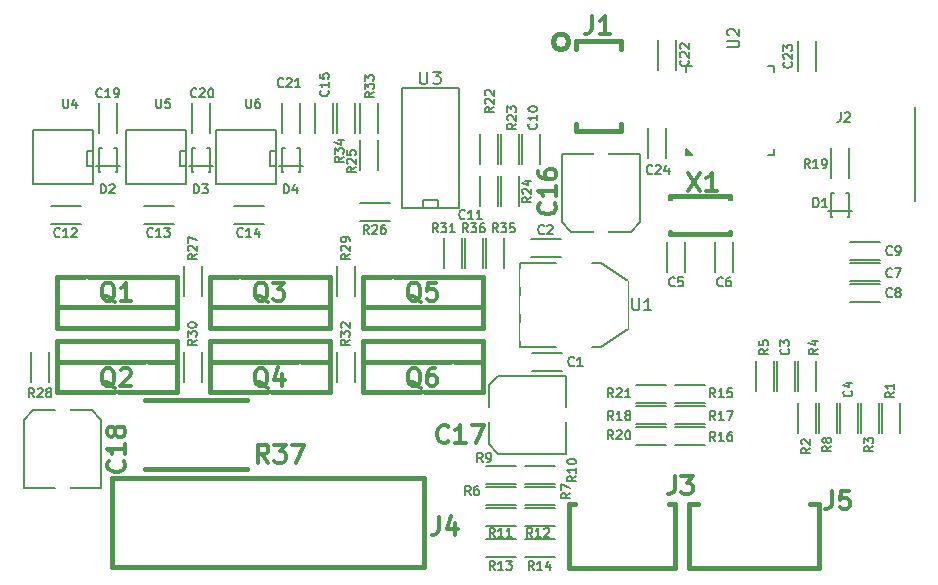
<source format=gto>
G04 (created by PCBNEW-RS274X (2012-01-19 BZR 3256)-stable) date 11/6/2012 2:02:58 AM*
G01*
G70*
G90*
%MOIN*%
G04 Gerber Fmt 3.4, Leading zero omitted, Abs format*
%FSLAX34Y34*%
G04 APERTURE LIST*
%ADD10C,0.008000*%
%ADD11C,0.007900*%
%ADD12C,0.015000*%
%ADD13C,0.005000*%
%ADD14C,0.012000*%
%ADD15C,0.007500*%
%ADD16R,0.051100X0.013700*%
%ADD17R,0.061000X0.080700*%
%ADD18R,0.072800X0.072800*%
%ADD19R,0.080000X0.080000*%
%ADD20C,0.085000*%
%ADD21R,0.100000X0.164000*%
%ADD22R,0.100000X0.060000*%
%ADD23R,0.028000X0.028000*%
%ADD24R,0.050000X0.050000*%
%ADD25R,0.022000X0.047000*%
%ADD26R,0.043000X0.018000*%
%ADD27R,0.043000X0.038000*%
%ADD28R,0.038000X0.043000*%
%ADD29O,0.008000X0.053100*%
%ADD30O,0.053100X0.008000*%
%ADD31R,0.077100X0.092900*%
%ADD32R,0.031900X0.293700*%
%ADD33C,0.078500*%
%ADD34R,0.123000X0.028000*%
%ADD35C,0.128000*%
%ADD36R,0.146000X0.196000*%
%ADD37R,0.051500X0.134200*%
%ADD38R,0.134200X0.051500*%
G04 APERTURE END LIST*
G54D10*
G54D11*
X64971Y-35925D02*
X64971Y-32775D01*
G54D12*
X45450Y-39450D02*
X41450Y-39450D01*
X45450Y-38950D02*
X45450Y-38450D01*
X45450Y-38450D02*
X41450Y-38450D01*
X41450Y-38450D02*
X41450Y-38950D01*
X45450Y-40150D02*
X45450Y-38950D01*
X45450Y-40150D02*
X41450Y-40150D01*
X41450Y-40150D02*
X41450Y-38950D01*
X36350Y-41300D02*
X40350Y-41300D01*
X36350Y-41800D02*
X36350Y-42300D01*
X36350Y-42300D02*
X40350Y-42300D01*
X40350Y-42300D02*
X40350Y-41800D01*
X36350Y-40600D02*
X36350Y-41800D01*
X36350Y-40600D02*
X40350Y-40600D01*
X40350Y-40600D02*
X40350Y-41800D01*
X40350Y-39450D02*
X36350Y-39450D01*
X40350Y-38950D02*
X40350Y-38450D01*
X40350Y-38450D02*
X36350Y-38450D01*
X36350Y-38450D02*
X36350Y-38950D01*
X40350Y-40150D02*
X40350Y-38950D01*
X40350Y-40150D02*
X36350Y-40150D01*
X36350Y-40150D02*
X36350Y-38950D01*
X41450Y-41300D02*
X45450Y-41300D01*
X41450Y-41800D02*
X41450Y-42300D01*
X41450Y-42300D02*
X45450Y-42300D01*
X45450Y-42300D02*
X45450Y-41800D01*
X41450Y-40600D02*
X41450Y-41800D01*
X41450Y-40600D02*
X45450Y-40600D01*
X45450Y-40600D02*
X45450Y-41800D01*
X50550Y-39450D02*
X46550Y-39450D01*
X50550Y-38950D02*
X50550Y-38450D01*
X50550Y-38450D02*
X46550Y-38450D01*
X46550Y-38450D02*
X46550Y-38950D01*
X50550Y-40150D02*
X50550Y-38950D01*
X50550Y-40150D02*
X46550Y-40150D01*
X46550Y-40150D02*
X46550Y-38950D01*
X46550Y-41300D02*
X50550Y-41300D01*
X46550Y-41800D02*
X46550Y-42300D01*
X46550Y-42300D02*
X50550Y-42300D01*
X50550Y-42300D02*
X50550Y-41800D01*
X46550Y-40600D02*
X46550Y-41800D01*
X46550Y-40600D02*
X50550Y-40600D01*
X50550Y-40600D02*
X50550Y-41800D01*
G54D10*
X53000Y-38000D02*
X51800Y-38000D01*
X51800Y-38000D02*
X51800Y-40800D01*
X51800Y-40800D02*
X53000Y-40800D01*
X54200Y-38000D02*
X54500Y-38000D01*
X54500Y-38000D02*
X55400Y-38600D01*
X55400Y-38600D02*
X55400Y-40200D01*
X55400Y-40200D02*
X54500Y-40800D01*
X54500Y-40800D02*
X54200Y-40800D01*
X44550Y-34750D02*
X43750Y-34750D01*
X43950Y-34950D02*
X43850Y-34950D01*
X43850Y-34950D02*
X43850Y-34150D01*
X43850Y-34150D02*
X43950Y-34150D01*
X44350Y-34150D02*
X44450Y-34150D01*
X44450Y-34150D02*
X44450Y-34950D01*
X44450Y-34950D02*
X44350Y-34950D01*
X41550Y-34750D02*
X40750Y-34750D01*
X40950Y-34950D02*
X40850Y-34950D01*
X40850Y-34950D02*
X40850Y-34150D01*
X40850Y-34150D02*
X40950Y-34150D01*
X41350Y-34150D02*
X41450Y-34150D01*
X41450Y-34150D02*
X41450Y-34950D01*
X41450Y-34950D02*
X41350Y-34950D01*
X38450Y-34750D02*
X37650Y-34750D01*
X37850Y-34950D02*
X37750Y-34950D01*
X37750Y-34950D02*
X37750Y-34150D01*
X37750Y-34150D02*
X37850Y-34150D01*
X38250Y-34150D02*
X38350Y-34150D01*
X38350Y-34150D02*
X38350Y-34950D01*
X38350Y-34950D02*
X38250Y-34950D01*
G54D13*
X37550Y-35350D02*
X35550Y-35350D01*
X35550Y-35350D02*
X35550Y-33550D01*
X35550Y-33550D02*
X37550Y-33550D01*
X37550Y-33550D02*
X37550Y-35350D01*
X37550Y-34750D02*
X37350Y-34750D01*
X37350Y-34750D02*
X37350Y-34250D01*
X37350Y-34250D02*
X37550Y-34250D01*
X40650Y-35350D02*
X38650Y-35350D01*
X38650Y-35350D02*
X38650Y-33550D01*
X38650Y-33550D02*
X40650Y-33550D01*
X40650Y-33550D02*
X40650Y-35350D01*
X40650Y-34750D02*
X40450Y-34750D01*
X40450Y-34750D02*
X40450Y-34250D01*
X40450Y-34250D02*
X40650Y-34250D01*
X43650Y-35350D02*
X41650Y-35350D01*
X41650Y-35350D02*
X41650Y-33550D01*
X41650Y-33550D02*
X43650Y-33550D01*
X43650Y-33550D02*
X43650Y-35350D01*
X43650Y-34750D02*
X43450Y-34750D01*
X43450Y-34750D02*
X43450Y-34250D01*
X43450Y-34250D02*
X43650Y-34250D01*
G54D10*
X47850Y-32150D02*
X49750Y-32150D01*
X49750Y-32150D02*
X49750Y-36150D01*
X49750Y-36150D02*
X47850Y-36150D01*
X47850Y-36150D02*
X47850Y-32150D01*
X48550Y-36150D02*
X48550Y-35900D01*
X48550Y-35900D02*
X49050Y-35900D01*
X49050Y-35900D02*
X49050Y-36150D01*
X51750Y-33700D02*
X51750Y-34700D01*
X51150Y-34700D02*
X51150Y-33700D01*
X50450Y-34700D02*
X50450Y-33700D01*
X51050Y-33700D02*
X51050Y-34700D01*
X56650Y-42650D02*
X55650Y-42650D01*
X55650Y-42050D02*
X56650Y-42050D01*
X40600Y-39100D02*
X40600Y-38100D01*
X41200Y-38100D02*
X41200Y-39100D01*
X56650Y-44050D02*
X55650Y-44050D01*
X55650Y-43450D02*
X56650Y-43450D01*
X62150Y-35150D02*
X62150Y-34150D01*
X62750Y-34150D02*
X62750Y-35150D01*
X56650Y-43350D02*
X55650Y-43350D01*
X55650Y-42750D02*
X56650Y-42750D01*
X57950Y-43350D02*
X56950Y-43350D01*
X56950Y-42750D02*
X57950Y-42750D01*
X57950Y-44050D02*
X56950Y-44050D01*
X56950Y-43450D02*
X57950Y-43450D01*
X57950Y-42650D02*
X56950Y-42650D01*
X56950Y-42050D02*
X57950Y-42050D01*
X51950Y-47200D02*
X52950Y-47200D01*
X52950Y-47800D02*
X51950Y-47800D01*
X51650Y-47800D02*
X50650Y-47800D01*
X50650Y-47200D02*
X51650Y-47200D01*
X51750Y-35100D02*
X51750Y-36100D01*
X51150Y-36100D02*
X51150Y-35100D01*
X47050Y-33900D02*
X47050Y-34900D01*
X46450Y-34900D02*
X46450Y-33900D01*
X47450Y-36600D02*
X46450Y-36600D01*
X46450Y-36000D02*
X47450Y-36000D01*
X53200Y-41600D02*
X52200Y-41600D01*
X52200Y-41000D02*
X53200Y-41000D01*
X35500Y-41950D02*
X35500Y-40950D01*
X36100Y-40950D02*
X36100Y-41950D01*
X45700Y-39100D02*
X45700Y-38100D01*
X46300Y-38100D02*
X46300Y-39100D01*
X40600Y-41950D02*
X40600Y-40950D01*
X41200Y-40950D02*
X41200Y-41950D01*
X49250Y-38150D02*
X49250Y-37150D01*
X49850Y-37150D02*
X49850Y-38150D01*
X45700Y-41950D02*
X45700Y-40950D01*
X46300Y-40950D02*
X46300Y-41950D01*
X46450Y-33650D02*
X46450Y-32650D01*
X47050Y-32650D02*
X47050Y-33650D01*
X46300Y-32650D02*
X46300Y-33650D01*
X45700Y-33650D02*
X45700Y-32650D01*
X51250Y-37150D02*
X51250Y-38150D01*
X50650Y-38150D02*
X50650Y-37150D01*
X50550Y-37150D02*
X50550Y-38150D01*
X49950Y-38150D02*
X49950Y-37150D01*
X52150Y-37200D02*
X53150Y-37200D01*
X53150Y-37800D02*
X52150Y-37800D01*
X58900Y-37300D02*
X58900Y-38300D01*
X58300Y-38300D02*
X58300Y-37300D01*
X63800Y-38600D02*
X62800Y-38600D01*
X62800Y-38000D02*
X63800Y-38000D01*
X63800Y-39300D02*
X62800Y-39300D01*
X62800Y-38700D02*
X63800Y-38700D01*
X63800Y-37900D02*
X62800Y-37900D01*
X62800Y-37300D02*
X63800Y-37300D01*
X52450Y-33700D02*
X52450Y-34700D01*
X51850Y-34700D02*
X51850Y-33700D01*
X50450Y-36100D02*
X50450Y-35100D01*
X51050Y-35100D02*
X51050Y-36100D01*
X36150Y-36100D02*
X37150Y-36100D01*
X37150Y-36700D02*
X36150Y-36700D01*
X39250Y-36100D02*
X40250Y-36100D01*
X40250Y-36700D02*
X39250Y-36700D01*
X42250Y-36100D02*
X43250Y-36100D01*
X43250Y-36700D02*
X42250Y-36700D01*
X45550Y-32650D02*
X45550Y-33650D01*
X44950Y-33650D02*
X44950Y-32650D01*
X57300Y-37300D02*
X57300Y-38300D01*
X56700Y-38300D02*
X56700Y-37300D01*
X63050Y-42650D02*
X63050Y-43650D01*
X62450Y-43650D02*
X62450Y-42650D01*
X60950Y-41250D02*
X60950Y-42250D01*
X60350Y-42250D02*
X60350Y-41250D01*
X51950Y-46150D02*
X52950Y-46150D01*
X52950Y-46750D02*
X51950Y-46750D01*
X63850Y-43650D02*
X63850Y-42650D01*
X64450Y-42650D02*
X64450Y-43650D01*
X61650Y-42650D02*
X61650Y-43650D01*
X61050Y-43650D02*
X61050Y-42650D01*
X63150Y-43650D02*
X63150Y-42650D01*
X63750Y-42650D02*
X63750Y-43650D01*
X61050Y-42250D02*
X61050Y-41250D01*
X61650Y-41250D02*
X61650Y-42250D01*
X60250Y-41250D02*
X60250Y-42250D01*
X59650Y-42250D02*
X59650Y-41250D01*
X51650Y-46050D02*
X50650Y-46050D01*
X50650Y-45450D02*
X51650Y-45450D01*
X51950Y-45450D02*
X52950Y-45450D01*
X52950Y-46050D02*
X51950Y-46050D01*
X62350Y-42650D02*
X62350Y-43650D01*
X61750Y-43650D02*
X61750Y-42650D01*
X51650Y-45350D02*
X50650Y-45350D01*
X50650Y-44750D02*
X51650Y-44750D01*
X51950Y-44750D02*
X52950Y-44750D01*
X52950Y-45350D02*
X51950Y-45350D01*
X51650Y-46750D02*
X50650Y-46750D01*
X50650Y-46150D02*
X51650Y-46150D01*
G54D11*
X57422Y-34376D02*
X57324Y-34278D01*
X57520Y-34376D02*
X57324Y-34180D01*
X60080Y-34376D02*
X60276Y-34376D01*
X60276Y-34376D02*
X60276Y-34180D01*
X60080Y-31424D02*
X60276Y-31424D01*
X60276Y-31424D02*
X60276Y-31620D01*
X57324Y-31620D02*
X57324Y-31424D01*
X57324Y-31424D02*
X57520Y-31424D01*
X57324Y-34180D02*
X57324Y-34376D01*
X57324Y-34376D02*
X57520Y-34376D01*
G54D12*
X58784Y-35849D02*
X58784Y-35770D01*
X58784Y-35770D02*
X56816Y-35770D01*
X56816Y-35770D02*
X56816Y-35849D01*
X56816Y-36951D02*
X56816Y-37030D01*
X56816Y-37030D02*
X58784Y-37030D01*
X58784Y-37030D02*
X58784Y-36951D01*
X61765Y-48173D02*
X61765Y-46008D01*
X57435Y-48173D02*
X57435Y-46008D01*
X57435Y-46008D02*
X57730Y-46008D01*
X57435Y-48173D02*
X61765Y-48173D01*
X61765Y-46008D02*
X61470Y-46008D01*
X48597Y-46800D02*
X48597Y-48139D01*
X48597Y-48139D02*
X38203Y-48139D01*
X38203Y-48139D02*
X38203Y-46800D01*
X38203Y-46800D02*
X38203Y-45146D01*
X38203Y-45146D02*
X48597Y-45146D01*
X48597Y-45146D02*
X48597Y-46800D01*
X53625Y-46008D02*
X53428Y-46008D01*
X53428Y-46008D02*
X53428Y-48173D01*
X53428Y-48173D02*
X56972Y-48173D01*
X56972Y-48173D02*
X56972Y-46008D01*
X56972Y-46008D02*
X56775Y-46008D01*
X53400Y-30600D02*
X53395Y-30648D01*
X53381Y-30695D01*
X53358Y-30738D01*
X53327Y-30776D01*
X53289Y-30807D01*
X53246Y-30830D01*
X53200Y-30844D01*
X53151Y-30849D01*
X53104Y-30845D01*
X53057Y-30831D01*
X53014Y-30809D01*
X52976Y-30778D01*
X52944Y-30741D01*
X52921Y-30698D01*
X52906Y-30651D01*
X52901Y-30603D01*
X52905Y-30555D01*
X52918Y-30508D01*
X52940Y-30465D01*
X52971Y-30427D01*
X53008Y-30395D01*
X53050Y-30371D01*
X53097Y-30356D01*
X53145Y-30351D01*
X53193Y-30354D01*
X53240Y-30367D01*
X53283Y-30389D01*
X53322Y-30419D01*
X53354Y-30456D01*
X53378Y-30499D01*
X53393Y-30545D01*
X53399Y-30594D01*
X53400Y-30600D01*
X55150Y-33350D02*
X55150Y-33600D01*
X55150Y-33600D02*
X53650Y-33600D01*
X53650Y-33600D02*
X53650Y-33350D01*
X53650Y-30850D02*
X53650Y-30600D01*
X53650Y-30600D02*
X55150Y-30600D01*
X55150Y-30600D02*
X55150Y-30850D01*
X42700Y-44850D02*
X39300Y-44850D01*
X42700Y-42550D02*
X39300Y-42550D01*
G54D10*
X62850Y-36250D02*
X62050Y-36250D01*
X62250Y-36450D02*
X62150Y-36450D01*
X62150Y-36450D02*
X62150Y-35650D01*
X62150Y-35650D02*
X62250Y-35650D01*
X62650Y-35650D02*
X62750Y-35650D01*
X62750Y-35650D02*
X62750Y-36450D01*
X62750Y-36450D02*
X62650Y-36450D01*
G54D11*
X55799Y-34351D02*
X55799Y-36634D01*
X55799Y-36634D02*
X55484Y-36949D01*
X55484Y-36949D02*
X54736Y-36949D01*
X53201Y-34351D02*
X53201Y-36634D01*
X53201Y-36634D02*
X53516Y-36949D01*
X53516Y-36949D02*
X54264Y-36949D01*
X55799Y-34351D02*
X54736Y-34351D01*
X54264Y-34351D02*
X53201Y-34351D01*
X53349Y-44349D02*
X51066Y-44349D01*
X51066Y-44349D02*
X50751Y-44034D01*
X50751Y-44034D02*
X50751Y-43286D01*
X53349Y-41751D02*
X51066Y-41751D01*
X51066Y-41751D02*
X50751Y-42066D01*
X50751Y-42066D02*
X50751Y-42814D01*
X53349Y-44349D02*
X53349Y-43286D01*
X53349Y-42814D02*
X53349Y-41751D01*
X35251Y-45499D02*
X35251Y-43216D01*
X35251Y-43216D02*
X35566Y-42901D01*
X35566Y-42901D02*
X36314Y-42901D01*
X37849Y-45499D02*
X37849Y-43216D01*
X37849Y-43216D02*
X37534Y-42901D01*
X37534Y-42901D02*
X36786Y-42901D01*
X35251Y-45499D02*
X36314Y-45499D01*
X36786Y-45499D02*
X37849Y-45499D01*
G54D10*
X38350Y-32650D02*
X38350Y-33650D01*
X37750Y-33650D02*
X37750Y-32650D01*
X41450Y-32650D02*
X41450Y-33650D01*
X40850Y-33650D02*
X40850Y-32650D01*
X44450Y-32650D02*
X44450Y-33650D01*
X43850Y-33650D02*
X43850Y-32650D01*
X56650Y-33500D02*
X56650Y-34500D01*
X56050Y-34500D02*
X56050Y-33500D01*
X61050Y-31600D02*
X61050Y-30600D01*
X61650Y-30600D02*
X61650Y-31600D01*
X57000Y-30550D02*
X57000Y-31550D01*
X56400Y-31550D02*
X56400Y-30550D01*
G54D11*
X62495Y-32962D02*
X62495Y-33187D01*
X62480Y-33232D01*
X62450Y-33262D01*
X62405Y-33277D01*
X62375Y-33277D01*
X62630Y-32992D02*
X62645Y-32977D01*
X62675Y-32962D01*
X62750Y-32962D01*
X62780Y-32977D01*
X62795Y-32992D01*
X62810Y-33022D01*
X62810Y-33052D01*
X62795Y-33097D01*
X62615Y-33277D01*
X62810Y-33277D01*
G54D14*
X43393Y-39300D02*
X43336Y-39271D01*
X43279Y-39214D01*
X43193Y-39129D01*
X43136Y-39100D01*
X43079Y-39100D01*
X43107Y-39243D02*
X43050Y-39214D01*
X42993Y-39157D01*
X42964Y-39043D01*
X42964Y-38843D01*
X42993Y-38729D01*
X43050Y-38671D01*
X43107Y-38643D01*
X43221Y-38643D01*
X43279Y-38671D01*
X43336Y-38729D01*
X43364Y-38843D01*
X43364Y-39043D01*
X43336Y-39157D01*
X43279Y-39214D01*
X43221Y-39243D01*
X43107Y-39243D01*
X43565Y-38643D02*
X43936Y-38643D01*
X43736Y-38871D01*
X43822Y-38871D01*
X43879Y-38900D01*
X43908Y-38929D01*
X43936Y-38986D01*
X43936Y-39129D01*
X43908Y-39186D01*
X43879Y-39214D01*
X43822Y-39243D01*
X43650Y-39243D01*
X43593Y-39214D01*
X43565Y-39186D01*
X38293Y-42150D02*
X38236Y-42121D01*
X38179Y-42064D01*
X38093Y-41979D01*
X38036Y-41950D01*
X37979Y-41950D01*
X38007Y-42093D02*
X37950Y-42064D01*
X37893Y-42007D01*
X37864Y-41893D01*
X37864Y-41693D01*
X37893Y-41579D01*
X37950Y-41521D01*
X38007Y-41493D01*
X38121Y-41493D01*
X38179Y-41521D01*
X38236Y-41579D01*
X38264Y-41693D01*
X38264Y-41893D01*
X38236Y-42007D01*
X38179Y-42064D01*
X38121Y-42093D01*
X38007Y-42093D01*
X38493Y-41550D02*
X38522Y-41521D01*
X38579Y-41493D01*
X38722Y-41493D01*
X38779Y-41521D01*
X38808Y-41550D01*
X38836Y-41607D01*
X38836Y-41664D01*
X38808Y-41750D01*
X38465Y-42093D01*
X38836Y-42093D01*
X38293Y-39300D02*
X38236Y-39271D01*
X38179Y-39214D01*
X38093Y-39129D01*
X38036Y-39100D01*
X37979Y-39100D01*
X38007Y-39243D02*
X37950Y-39214D01*
X37893Y-39157D01*
X37864Y-39043D01*
X37864Y-38843D01*
X37893Y-38729D01*
X37950Y-38671D01*
X38007Y-38643D01*
X38121Y-38643D01*
X38179Y-38671D01*
X38236Y-38729D01*
X38264Y-38843D01*
X38264Y-39043D01*
X38236Y-39157D01*
X38179Y-39214D01*
X38121Y-39243D01*
X38007Y-39243D01*
X38836Y-39243D02*
X38493Y-39243D01*
X38665Y-39243D02*
X38665Y-38643D01*
X38608Y-38729D01*
X38550Y-38786D01*
X38493Y-38814D01*
X43393Y-42150D02*
X43336Y-42121D01*
X43279Y-42064D01*
X43193Y-41979D01*
X43136Y-41950D01*
X43079Y-41950D01*
X43107Y-42093D02*
X43050Y-42064D01*
X42993Y-42007D01*
X42964Y-41893D01*
X42964Y-41693D01*
X42993Y-41579D01*
X43050Y-41521D01*
X43107Y-41493D01*
X43221Y-41493D01*
X43279Y-41521D01*
X43336Y-41579D01*
X43364Y-41693D01*
X43364Y-41893D01*
X43336Y-42007D01*
X43279Y-42064D01*
X43221Y-42093D01*
X43107Y-42093D01*
X43879Y-41693D02*
X43879Y-42093D01*
X43736Y-41464D02*
X43593Y-41893D01*
X43965Y-41893D01*
X48493Y-39300D02*
X48436Y-39271D01*
X48379Y-39214D01*
X48293Y-39129D01*
X48236Y-39100D01*
X48179Y-39100D01*
X48207Y-39243D02*
X48150Y-39214D01*
X48093Y-39157D01*
X48064Y-39043D01*
X48064Y-38843D01*
X48093Y-38729D01*
X48150Y-38671D01*
X48207Y-38643D01*
X48321Y-38643D01*
X48379Y-38671D01*
X48436Y-38729D01*
X48464Y-38843D01*
X48464Y-39043D01*
X48436Y-39157D01*
X48379Y-39214D01*
X48321Y-39243D01*
X48207Y-39243D01*
X49008Y-38643D02*
X48722Y-38643D01*
X48693Y-38929D01*
X48722Y-38900D01*
X48779Y-38871D01*
X48922Y-38871D01*
X48979Y-38900D01*
X49008Y-38929D01*
X49036Y-38986D01*
X49036Y-39129D01*
X49008Y-39186D01*
X48979Y-39214D01*
X48922Y-39243D01*
X48779Y-39243D01*
X48722Y-39214D01*
X48693Y-39186D01*
X48493Y-42150D02*
X48436Y-42121D01*
X48379Y-42064D01*
X48293Y-41979D01*
X48236Y-41950D01*
X48179Y-41950D01*
X48207Y-42093D02*
X48150Y-42064D01*
X48093Y-42007D01*
X48064Y-41893D01*
X48064Y-41693D01*
X48093Y-41579D01*
X48150Y-41521D01*
X48207Y-41493D01*
X48321Y-41493D01*
X48379Y-41521D01*
X48436Y-41579D01*
X48464Y-41693D01*
X48464Y-41893D01*
X48436Y-42007D01*
X48379Y-42064D01*
X48321Y-42093D01*
X48207Y-42093D01*
X48979Y-41493D02*
X48865Y-41493D01*
X48808Y-41521D01*
X48779Y-41550D01*
X48722Y-41636D01*
X48693Y-41750D01*
X48693Y-41979D01*
X48722Y-42036D01*
X48750Y-42064D01*
X48808Y-42093D01*
X48922Y-42093D01*
X48979Y-42064D01*
X49008Y-42036D01*
X49036Y-41979D01*
X49036Y-41836D01*
X49008Y-41779D01*
X48979Y-41750D01*
X48922Y-41721D01*
X48808Y-41721D01*
X48750Y-41750D01*
X48722Y-41779D01*
X48693Y-41836D01*
G54D10*
X55545Y-39162D02*
X55545Y-39486D01*
X55564Y-39524D01*
X55583Y-39543D01*
X55621Y-39562D01*
X55698Y-39562D01*
X55736Y-39543D01*
X55755Y-39524D01*
X55774Y-39486D01*
X55774Y-39162D01*
X56174Y-39562D02*
X55945Y-39562D01*
X56059Y-39562D02*
X56059Y-39162D01*
X56021Y-39219D01*
X55983Y-39257D01*
X55945Y-39276D01*
G54D15*
X43928Y-35671D02*
X43928Y-35371D01*
X44000Y-35371D01*
X44043Y-35386D01*
X44071Y-35414D01*
X44086Y-35443D01*
X44100Y-35500D01*
X44100Y-35543D01*
X44086Y-35600D01*
X44071Y-35629D01*
X44043Y-35657D01*
X44000Y-35671D01*
X43928Y-35671D01*
X44357Y-35471D02*
X44357Y-35671D01*
X44286Y-35357D02*
X44214Y-35571D01*
X44400Y-35571D01*
X40928Y-35671D02*
X40928Y-35371D01*
X41000Y-35371D01*
X41043Y-35386D01*
X41071Y-35414D01*
X41086Y-35443D01*
X41100Y-35500D01*
X41100Y-35543D01*
X41086Y-35600D01*
X41071Y-35629D01*
X41043Y-35657D01*
X41000Y-35671D01*
X40928Y-35671D01*
X41200Y-35371D02*
X41386Y-35371D01*
X41286Y-35486D01*
X41328Y-35486D01*
X41357Y-35500D01*
X41371Y-35514D01*
X41386Y-35543D01*
X41386Y-35614D01*
X41371Y-35643D01*
X41357Y-35657D01*
X41328Y-35671D01*
X41243Y-35671D01*
X41214Y-35657D01*
X41200Y-35643D01*
X37828Y-35671D02*
X37828Y-35371D01*
X37900Y-35371D01*
X37943Y-35386D01*
X37971Y-35414D01*
X37986Y-35443D01*
X38000Y-35500D01*
X38000Y-35543D01*
X37986Y-35600D01*
X37971Y-35629D01*
X37943Y-35657D01*
X37900Y-35671D01*
X37828Y-35671D01*
X38114Y-35400D02*
X38128Y-35386D01*
X38157Y-35371D01*
X38228Y-35371D01*
X38257Y-35386D01*
X38271Y-35400D01*
X38286Y-35429D01*
X38286Y-35457D01*
X38271Y-35500D01*
X38100Y-35671D01*
X38286Y-35671D01*
X36571Y-32521D02*
X36571Y-32764D01*
X36586Y-32793D01*
X36600Y-32807D01*
X36629Y-32821D01*
X36686Y-32821D01*
X36714Y-32807D01*
X36729Y-32793D01*
X36743Y-32764D01*
X36743Y-32521D01*
X37014Y-32621D02*
X37014Y-32821D01*
X36943Y-32507D02*
X36871Y-32721D01*
X37057Y-32721D01*
X39671Y-32521D02*
X39671Y-32764D01*
X39686Y-32793D01*
X39700Y-32807D01*
X39729Y-32821D01*
X39786Y-32821D01*
X39814Y-32807D01*
X39829Y-32793D01*
X39843Y-32764D01*
X39843Y-32521D01*
X40128Y-32521D02*
X39985Y-32521D01*
X39971Y-32664D01*
X39985Y-32650D01*
X40014Y-32636D01*
X40085Y-32636D01*
X40114Y-32650D01*
X40128Y-32664D01*
X40143Y-32693D01*
X40143Y-32764D01*
X40128Y-32793D01*
X40114Y-32807D01*
X40085Y-32821D01*
X40014Y-32821D01*
X39985Y-32807D01*
X39971Y-32793D01*
X42671Y-32521D02*
X42671Y-32764D01*
X42686Y-32793D01*
X42700Y-32807D01*
X42729Y-32821D01*
X42786Y-32821D01*
X42814Y-32807D01*
X42829Y-32793D01*
X42843Y-32764D01*
X42843Y-32521D01*
X43114Y-32521D02*
X43057Y-32521D01*
X43028Y-32536D01*
X43014Y-32550D01*
X42985Y-32593D01*
X42971Y-32650D01*
X42971Y-32764D01*
X42985Y-32793D01*
X43000Y-32807D01*
X43028Y-32821D01*
X43085Y-32821D01*
X43114Y-32807D01*
X43128Y-32793D01*
X43143Y-32764D01*
X43143Y-32693D01*
X43128Y-32664D01*
X43114Y-32650D01*
X43085Y-32636D01*
X43028Y-32636D01*
X43000Y-32650D01*
X42985Y-32664D01*
X42971Y-32693D01*
G54D13*
X48457Y-31612D02*
X48457Y-31936D01*
X48479Y-31974D01*
X48500Y-31993D01*
X48543Y-32012D01*
X48629Y-32012D01*
X48671Y-31993D01*
X48693Y-31974D01*
X48714Y-31936D01*
X48714Y-31612D01*
X48885Y-31612D02*
X49164Y-31612D01*
X49014Y-31764D01*
X49078Y-31764D01*
X49121Y-31783D01*
X49142Y-31802D01*
X49164Y-31840D01*
X49164Y-31936D01*
X49142Y-31974D01*
X49121Y-31993D01*
X49078Y-32012D01*
X48950Y-32012D01*
X48907Y-31993D01*
X48885Y-31974D01*
G54D15*
X51671Y-33343D02*
X51529Y-33443D01*
X51671Y-33515D02*
X51371Y-33515D01*
X51371Y-33400D01*
X51386Y-33372D01*
X51400Y-33357D01*
X51429Y-33343D01*
X51471Y-33343D01*
X51500Y-33357D01*
X51514Y-33372D01*
X51529Y-33400D01*
X51529Y-33515D01*
X51400Y-33229D02*
X51386Y-33215D01*
X51371Y-33186D01*
X51371Y-33115D01*
X51386Y-33086D01*
X51400Y-33072D01*
X51429Y-33057D01*
X51457Y-33057D01*
X51500Y-33072D01*
X51671Y-33243D01*
X51671Y-33057D01*
X51371Y-32957D02*
X51371Y-32771D01*
X51486Y-32871D01*
X51486Y-32829D01*
X51500Y-32800D01*
X51514Y-32786D01*
X51543Y-32771D01*
X51614Y-32771D01*
X51643Y-32786D01*
X51657Y-32800D01*
X51671Y-32829D01*
X51671Y-32914D01*
X51657Y-32943D01*
X51643Y-32957D01*
X50921Y-32793D02*
X50779Y-32893D01*
X50921Y-32965D02*
X50621Y-32965D01*
X50621Y-32850D01*
X50636Y-32822D01*
X50650Y-32807D01*
X50679Y-32793D01*
X50721Y-32793D01*
X50750Y-32807D01*
X50764Y-32822D01*
X50779Y-32850D01*
X50779Y-32965D01*
X50650Y-32679D02*
X50636Y-32665D01*
X50621Y-32636D01*
X50621Y-32565D01*
X50636Y-32536D01*
X50650Y-32522D01*
X50679Y-32507D01*
X50707Y-32507D01*
X50750Y-32522D01*
X50921Y-32693D01*
X50921Y-32507D01*
X50650Y-32393D02*
X50636Y-32379D01*
X50621Y-32350D01*
X50621Y-32279D01*
X50636Y-32250D01*
X50650Y-32236D01*
X50679Y-32221D01*
X50707Y-32221D01*
X50750Y-32236D01*
X50921Y-32407D01*
X50921Y-32221D01*
X54907Y-42471D02*
X54807Y-42329D01*
X54735Y-42471D02*
X54735Y-42171D01*
X54850Y-42171D01*
X54878Y-42186D01*
X54893Y-42200D01*
X54907Y-42229D01*
X54907Y-42271D01*
X54893Y-42300D01*
X54878Y-42314D01*
X54850Y-42329D01*
X54735Y-42329D01*
X55021Y-42200D02*
X55035Y-42186D01*
X55064Y-42171D01*
X55135Y-42171D01*
X55164Y-42186D01*
X55178Y-42200D01*
X55193Y-42229D01*
X55193Y-42257D01*
X55178Y-42300D01*
X55007Y-42471D01*
X55193Y-42471D01*
X55479Y-42471D02*
X55307Y-42471D01*
X55393Y-42471D02*
X55393Y-42171D01*
X55364Y-42214D01*
X55336Y-42243D01*
X55307Y-42257D01*
X41021Y-37693D02*
X40879Y-37793D01*
X41021Y-37865D02*
X40721Y-37865D01*
X40721Y-37750D01*
X40736Y-37722D01*
X40750Y-37707D01*
X40779Y-37693D01*
X40821Y-37693D01*
X40850Y-37707D01*
X40864Y-37722D01*
X40879Y-37750D01*
X40879Y-37865D01*
X40750Y-37579D02*
X40736Y-37565D01*
X40721Y-37536D01*
X40721Y-37465D01*
X40736Y-37436D01*
X40750Y-37422D01*
X40779Y-37407D01*
X40807Y-37407D01*
X40850Y-37422D01*
X41021Y-37593D01*
X41021Y-37407D01*
X40721Y-37307D02*
X40721Y-37107D01*
X41021Y-37236D01*
X54907Y-43871D02*
X54807Y-43729D01*
X54735Y-43871D02*
X54735Y-43571D01*
X54850Y-43571D01*
X54878Y-43586D01*
X54893Y-43600D01*
X54907Y-43629D01*
X54907Y-43671D01*
X54893Y-43700D01*
X54878Y-43714D01*
X54850Y-43729D01*
X54735Y-43729D01*
X55021Y-43600D02*
X55035Y-43586D01*
X55064Y-43571D01*
X55135Y-43571D01*
X55164Y-43586D01*
X55178Y-43600D01*
X55193Y-43629D01*
X55193Y-43657D01*
X55178Y-43700D01*
X55007Y-43871D01*
X55193Y-43871D01*
X55379Y-43571D02*
X55407Y-43571D01*
X55436Y-43586D01*
X55450Y-43600D01*
X55464Y-43629D01*
X55479Y-43686D01*
X55479Y-43757D01*
X55464Y-43814D01*
X55450Y-43843D01*
X55436Y-43857D01*
X55407Y-43871D01*
X55379Y-43871D01*
X55350Y-43857D01*
X55336Y-43843D01*
X55321Y-43814D01*
X55307Y-43757D01*
X55307Y-43686D01*
X55321Y-43629D01*
X55336Y-43600D01*
X55350Y-43586D01*
X55379Y-43571D01*
X61457Y-34821D02*
X61357Y-34679D01*
X61285Y-34821D02*
X61285Y-34521D01*
X61400Y-34521D01*
X61428Y-34536D01*
X61443Y-34550D01*
X61457Y-34579D01*
X61457Y-34621D01*
X61443Y-34650D01*
X61428Y-34664D01*
X61400Y-34679D01*
X61285Y-34679D01*
X61743Y-34821D02*
X61571Y-34821D01*
X61657Y-34821D02*
X61657Y-34521D01*
X61628Y-34564D01*
X61600Y-34593D01*
X61571Y-34607D01*
X61886Y-34821D02*
X61943Y-34821D01*
X61971Y-34807D01*
X61986Y-34793D01*
X62014Y-34750D01*
X62029Y-34693D01*
X62029Y-34579D01*
X62014Y-34550D01*
X62000Y-34536D01*
X61971Y-34521D01*
X61914Y-34521D01*
X61886Y-34536D01*
X61871Y-34550D01*
X61857Y-34579D01*
X61857Y-34650D01*
X61871Y-34679D01*
X61886Y-34693D01*
X61914Y-34707D01*
X61971Y-34707D01*
X62000Y-34693D01*
X62014Y-34679D01*
X62029Y-34650D01*
X54907Y-43221D02*
X54807Y-43079D01*
X54735Y-43221D02*
X54735Y-42921D01*
X54850Y-42921D01*
X54878Y-42936D01*
X54893Y-42950D01*
X54907Y-42979D01*
X54907Y-43021D01*
X54893Y-43050D01*
X54878Y-43064D01*
X54850Y-43079D01*
X54735Y-43079D01*
X55193Y-43221D02*
X55021Y-43221D01*
X55107Y-43221D02*
X55107Y-42921D01*
X55078Y-42964D01*
X55050Y-42993D01*
X55021Y-43007D01*
X55364Y-43050D02*
X55336Y-43036D01*
X55321Y-43021D01*
X55307Y-42993D01*
X55307Y-42979D01*
X55321Y-42950D01*
X55336Y-42936D01*
X55364Y-42921D01*
X55421Y-42921D01*
X55450Y-42936D01*
X55464Y-42950D01*
X55479Y-42979D01*
X55479Y-42993D01*
X55464Y-43021D01*
X55450Y-43036D01*
X55421Y-43050D01*
X55364Y-43050D01*
X55336Y-43064D01*
X55321Y-43079D01*
X55307Y-43107D01*
X55307Y-43164D01*
X55321Y-43193D01*
X55336Y-43207D01*
X55364Y-43221D01*
X55421Y-43221D01*
X55450Y-43207D01*
X55464Y-43193D01*
X55479Y-43164D01*
X55479Y-43107D01*
X55464Y-43079D01*
X55450Y-43064D01*
X55421Y-43050D01*
X58307Y-43221D02*
X58207Y-43079D01*
X58135Y-43221D02*
X58135Y-42921D01*
X58250Y-42921D01*
X58278Y-42936D01*
X58293Y-42950D01*
X58307Y-42979D01*
X58307Y-43021D01*
X58293Y-43050D01*
X58278Y-43064D01*
X58250Y-43079D01*
X58135Y-43079D01*
X58593Y-43221D02*
X58421Y-43221D01*
X58507Y-43221D02*
X58507Y-42921D01*
X58478Y-42964D01*
X58450Y-42993D01*
X58421Y-43007D01*
X58693Y-42921D02*
X58893Y-42921D01*
X58764Y-43221D01*
X58307Y-43921D02*
X58207Y-43779D01*
X58135Y-43921D02*
X58135Y-43621D01*
X58250Y-43621D01*
X58278Y-43636D01*
X58293Y-43650D01*
X58307Y-43679D01*
X58307Y-43721D01*
X58293Y-43750D01*
X58278Y-43764D01*
X58250Y-43779D01*
X58135Y-43779D01*
X58593Y-43921D02*
X58421Y-43921D01*
X58507Y-43921D02*
X58507Y-43621D01*
X58478Y-43664D01*
X58450Y-43693D01*
X58421Y-43707D01*
X58850Y-43621D02*
X58793Y-43621D01*
X58764Y-43636D01*
X58750Y-43650D01*
X58721Y-43693D01*
X58707Y-43750D01*
X58707Y-43864D01*
X58721Y-43893D01*
X58736Y-43907D01*
X58764Y-43921D01*
X58821Y-43921D01*
X58850Y-43907D01*
X58864Y-43893D01*
X58879Y-43864D01*
X58879Y-43793D01*
X58864Y-43764D01*
X58850Y-43750D01*
X58821Y-43736D01*
X58764Y-43736D01*
X58736Y-43750D01*
X58721Y-43764D01*
X58707Y-43793D01*
X58307Y-42471D02*
X58207Y-42329D01*
X58135Y-42471D02*
X58135Y-42171D01*
X58250Y-42171D01*
X58278Y-42186D01*
X58293Y-42200D01*
X58307Y-42229D01*
X58307Y-42271D01*
X58293Y-42300D01*
X58278Y-42314D01*
X58250Y-42329D01*
X58135Y-42329D01*
X58593Y-42471D02*
X58421Y-42471D01*
X58507Y-42471D02*
X58507Y-42171D01*
X58478Y-42214D01*
X58450Y-42243D01*
X58421Y-42257D01*
X58864Y-42171D02*
X58721Y-42171D01*
X58707Y-42314D01*
X58721Y-42300D01*
X58750Y-42286D01*
X58821Y-42286D01*
X58850Y-42300D01*
X58864Y-42314D01*
X58879Y-42343D01*
X58879Y-42414D01*
X58864Y-42443D01*
X58850Y-42457D01*
X58821Y-42471D01*
X58750Y-42471D01*
X58721Y-42457D01*
X58707Y-42443D01*
X52257Y-48221D02*
X52157Y-48079D01*
X52085Y-48221D02*
X52085Y-47921D01*
X52200Y-47921D01*
X52228Y-47936D01*
X52243Y-47950D01*
X52257Y-47979D01*
X52257Y-48021D01*
X52243Y-48050D01*
X52228Y-48064D01*
X52200Y-48079D01*
X52085Y-48079D01*
X52543Y-48221D02*
X52371Y-48221D01*
X52457Y-48221D02*
X52457Y-47921D01*
X52428Y-47964D01*
X52400Y-47993D01*
X52371Y-48007D01*
X52800Y-48021D02*
X52800Y-48221D01*
X52729Y-47907D02*
X52657Y-48121D01*
X52843Y-48121D01*
X50957Y-48221D02*
X50857Y-48079D01*
X50785Y-48221D02*
X50785Y-47921D01*
X50900Y-47921D01*
X50928Y-47936D01*
X50943Y-47950D01*
X50957Y-47979D01*
X50957Y-48021D01*
X50943Y-48050D01*
X50928Y-48064D01*
X50900Y-48079D01*
X50785Y-48079D01*
X51243Y-48221D02*
X51071Y-48221D01*
X51157Y-48221D02*
X51157Y-47921D01*
X51128Y-47964D01*
X51100Y-47993D01*
X51071Y-48007D01*
X51343Y-47921D02*
X51529Y-47921D01*
X51429Y-48036D01*
X51471Y-48036D01*
X51500Y-48050D01*
X51514Y-48064D01*
X51529Y-48093D01*
X51529Y-48164D01*
X51514Y-48193D01*
X51500Y-48207D01*
X51471Y-48221D01*
X51386Y-48221D01*
X51357Y-48207D01*
X51343Y-48193D01*
X52171Y-35793D02*
X52029Y-35893D01*
X52171Y-35965D02*
X51871Y-35965D01*
X51871Y-35850D01*
X51886Y-35822D01*
X51900Y-35807D01*
X51929Y-35793D01*
X51971Y-35793D01*
X52000Y-35807D01*
X52014Y-35822D01*
X52029Y-35850D01*
X52029Y-35965D01*
X51900Y-35679D02*
X51886Y-35665D01*
X51871Y-35636D01*
X51871Y-35565D01*
X51886Y-35536D01*
X51900Y-35522D01*
X51929Y-35507D01*
X51957Y-35507D01*
X52000Y-35522D01*
X52171Y-35693D01*
X52171Y-35507D01*
X51971Y-35250D02*
X52171Y-35250D01*
X51857Y-35321D02*
X52071Y-35393D01*
X52071Y-35207D01*
X46321Y-34793D02*
X46179Y-34893D01*
X46321Y-34965D02*
X46021Y-34965D01*
X46021Y-34850D01*
X46036Y-34822D01*
X46050Y-34807D01*
X46079Y-34793D01*
X46121Y-34793D01*
X46150Y-34807D01*
X46164Y-34822D01*
X46179Y-34850D01*
X46179Y-34965D01*
X46050Y-34679D02*
X46036Y-34665D01*
X46021Y-34636D01*
X46021Y-34565D01*
X46036Y-34536D01*
X46050Y-34522D01*
X46079Y-34507D01*
X46107Y-34507D01*
X46150Y-34522D01*
X46321Y-34693D01*
X46321Y-34507D01*
X46021Y-34236D02*
X46021Y-34379D01*
X46164Y-34393D01*
X46150Y-34379D01*
X46136Y-34350D01*
X46136Y-34279D01*
X46150Y-34250D01*
X46164Y-34236D01*
X46193Y-34221D01*
X46264Y-34221D01*
X46293Y-34236D01*
X46307Y-34250D01*
X46321Y-34279D01*
X46321Y-34350D01*
X46307Y-34379D01*
X46293Y-34393D01*
X46757Y-37021D02*
X46657Y-36879D01*
X46585Y-37021D02*
X46585Y-36721D01*
X46700Y-36721D01*
X46728Y-36736D01*
X46743Y-36750D01*
X46757Y-36779D01*
X46757Y-36821D01*
X46743Y-36850D01*
X46728Y-36864D01*
X46700Y-36879D01*
X46585Y-36879D01*
X46871Y-36750D02*
X46885Y-36736D01*
X46914Y-36721D01*
X46985Y-36721D01*
X47014Y-36736D01*
X47028Y-36750D01*
X47043Y-36779D01*
X47043Y-36807D01*
X47028Y-36850D01*
X46857Y-37021D01*
X47043Y-37021D01*
X47300Y-36721D02*
X47243Y-36721D01*
X47214Y-36736D01*
X47200Y-36750D01*
X47171Y-36793D01*
X47157Y-36850D01*
X47157Y-36964D01*
X47171Y-36993D01*
X47186Y-37007D01*
X47214Y-37021D01*
X47271Y-37021D01*
X47300Y-37007D01*
X47314Y-36993D01*
X47329Y-36964D01*
X47329Y-36893D01*
X47314Y-36864D01*
X47300Y-36850D01*
X47271Y-36836D01*
X47214Y-36836D01*
X47186Y-36850D01*
X47171Y-36864D01*
X47157Y-36893D01*
X53600Y-41393D02*
X53586Y-41407D01*
X53543Y-41421D01*
X53514Y-41421D01*
X53471Y-41407D01*
X53443Y-41379D01*
X53428Y-41350D01*
X53414Y-41293D01*
X53414Y-41250D01*
X53428Y-41193D01*
X53443Y-41164D01*
X53471Y-41136D01*
X53514Y-41121D01*
X53543Y-41121D01*
X53586Y-41136D01*
X53600Y-41150D01*
X53886Y-41421D02*
X53714Y-41421D01*
X53800Y-41421D02*
X53800Y-41121D01*
X53771Y-41164D01*
X53743Y-41193D01*
X53714Y-41207D01*
X35607Y-42471D02*
X35507Y-42329D01*
X35435Y-42471D02*
X35435Y-42171D01*
X35550Y-42171D01*
X35578Y-42186D01*
X35593Y-42200D01*
X35607Y-42229D01*
X35607Y-42271D01*
X35593Y-42300D01*
X35578Y-42314D01*
X35550Y-42329D01*
X35435Y-42329D01*
X35721Y-42200D02*
X35735Y-42186D01*
X35764Y-42171D01*
X35835Y-42171D01*
X35864Y-42186D01*
X35878Y-42200D01*
X35893Y-42229D01*
X35893Y-42257D01*
X35878Y-42300D01*
X35707Y-42471D01*
X35893Y-42471D01*
X36064Y-42300D02*
X36036Y-42286D01*
X36021Y-42271D01*
X36007Y-42243D01*
X36007Y-42229D01*
X36021Y-42200D01*
X36036Y-42186D01*
X36064Y-42171D01*
X36121Y-42171D01*
X36150Y-42186D01*
X36164Y-42200D01*
X36179Y-42229D01*
X36179Y-42243D01*
X36164Y-42271D01*
X36150Y-42286D01*
X36121Y-42300D01*
X36064Y-42300D01*
X36036Y-42314D01*
X36021Y-42329D01*
X36007Y-42357D01*
X36007Y-42414D01*
X36021Y-42443D01*
X36036Y-42457D01*
X36064Y-42471D01*
X36121Y-42471D01*
X36150Y-42457D01*
X36164Y-42443D01*
X36179Y-42414D01*
X36179Y-42357D01*
X36164Y-42329D01*
X36150Y-42314D01*
X36121Y-42300D01*
X46121Y-37693D02*
X45979Y-37793D01*
X46121Y-37865D02*
X45821Y-37865D01*
X45821Y-37750D01*
X45836Y-37722D01*
X45850Y-37707D01*
X45879Y-37693D01*
X45921Y-37693D01*
X45950Y-37707D01*
X45964Y-37722D01*
X45979Y-37750D01*
X45979Y-37865D01*
X45850Y-37579D02*
X45836Y-37565D01*
X45821Y-37536D01*
X45821Y-37465D01*
X45836Y-37436D01*
X45850Y-37422D01*
X45879Y-37407D01*
X45907Y-37407D01*
X45950Y-37422D01*
X46121Y-37593D01*
X46121Y-37407D01*
X46121Y-37264D02*
X46121Y-37207D01*
X46107Y-37179D01*
X46093Y-37164D01*
X46050Y-37136D01*
X45993Y-37121D01*
X45879Y-37121D01*
X45850Y-37136D01*
X45836Y-37150D01*
X45821Y-37179D01*
X45821Y-37236D01*
X45836Y-37264D01*
X45850Y-37279D01*
X45879Y-37293D01*
X45950Y-37293D01*
X45979Y-37279D01*
X45993Y-37264D01*
X46007Y-37236D01*
X46007Y-37179D01*
X45993Y-37150D01*
X45979Y-37136D01*
X45950Y-37121D01*
X41021Y-40543D02*
X40879Y-40643D01*
X41021Y-40715D02*
X40721Y-40715D01*
X40721Y-40600D01*
X40736Y-40572D01*
X40750Y-40557D01*
X40779Y-40543D01*
X40821Y-40543D01*
X40850Y-40557D01*
X40864Y-40572D01*
X40879Y-40600D01*
X40879Y-40715D01*
X40721Y-40443D02*
X40721Y-40257D01*
X40836Y-40357D01*
X40836Y-40315D01*
X40850Y-40286D01*
X40864Y-40272D01*
X40893Y-40257D01*
X40964Y-40257D01*
X40993Y-40272D01*
X41007Y-40286D01*
X41021Y-40315D01*
X41021Y-40400D01*
X41007Y-40429D01*
X40993Y-40443D01*
X40721Y-40071D02*
X40721Y-40043D01*
X40736Y-40014D01*
X40750Y-40000D01*
X40779Y-39986D01*
X40836Y-39971D01*
X40907Y-39971D01*
X40964Y-39986D01*
X40993Y-40000D01*
X41007Y-40014D01*
X41021Y-40043D01*
X41021Y-40071D01*
X41007Y-40100D01*
X40993Y-40114D01*
X40964Y-40129D01*
X40907Y-40143D01*
X40836Y-40143D01*
X40779Y-40129D01*
X40750Y-40114D01*
X40736Y-40100D01*
X40721Y-40071D01*
X49057Y-36971D02*
X48957Y-36829D01*
X48885Y-36971D02*
X48885Y-36671D01*
X49000Y-36671D01*
X49028Y-36686D01*
X49043Y-36700D01*
X49057Y-36729D01*
X49057Y-36771D01*
X49043Y-36800D01*
X49028Y-36814D01*
X49000Y-36829D01*
X48885Y-36829D01*
X49157Y-36671D02*
X49343Y-36671D01*
X49243Y-36786D01*
X49285Y-36786D01*
X49314Y-36800D01*
X49328Y-36814D01*
X49343Y-36843D01*
X49343Y-36914D01*
X49328Y-36943D01*
X49314Y-36957D01*
X49285Y-36971D01*
X49200Y-36971D01*
X49171Y-36957D01*
X49157Y-36943D01*
X49629Y-36971D02*
X49457Y-36971D01*
X49543Y-36971D02*
X49543Y-36671D01*
X49514Y-36714D01*
X49486Y-36743D01*
X49457Y-36757D01*
X46121Y-40543D02*
X45979Y-40643D01*
X46121Y-40715D02*
X45821Y-40715D01*
X45821Y-40600D01*
X45836Y-40572D01*
X45850Y-40557D01*
X45879Y-40543D01*
X45921Y-40543D01*
X45950Y-40557D01*
X45964Y-40572D01*
X45979Y-40600D01*
X45979Y-40715D01*
X45821Y-40443D02*
X45821Y-40257D01*
X45936Y-40357D01*
X45936Y-40315D01*
X45950Y-40286D01*
X45964Y-40272D01*
X45993Y-40257D01*
X46064Y-40257D01*
X46093Y-40272D01*
X46107Y-40286D01*
X46121Y-40315D01*
X46121Y-40400D01*
X46107Y-40429D01*
X46093Y-40443D01*
X45850Y-40143D02*
X45836Y-40129D01*
X45821Y-40100D01*
X45821Y-40029D01*
X45836Y-40000D01*
X45850Y-39986D01*
X45879Y-39971D01*
X45907Y-39971D01*
X45950Y-39986D01*
X46121Y-40157D01*
X46121Y-39971D01*
X46921Y-32293D02*
X46779Y-32393D01*
X46921Y-32465D02*
X46621Y-32465D01*
X46621Y-32350D01*
X46636Y-32322D01*
X46650Y-32307D01*
X46679Y-32293D01*
X46721Y-32293D01*
X46750Y-32307D01*
X46764Y-32322D01*
X46779Y-32350D01*
X46779Y-32465D01*
X46621Y-32193D02*
X46621Y-32007D01*
X46736Y-32107D01*
X46736Y-32065D01*
X46750Y-32036D01*
X46764Y-32022D01*
X46793Y-32007D01*
X46864Y-32007D01*
X46893Y-32022D01*
X46907Y-32036D01*
X46921Y-32065D01*
X46921Y-32150D01*
X46907Y-32179D01*
X46893Y-32193D01*
X46621Y-31907D02*
X46621Y-31721D01*
X46736Y-31821D01*
X46736Y-31779D01*
X46750Y-31750D01*
X46764Y-31736D01*
X46793Y-31721D01*
X46864Y-31721D01*
X46893Y-31736D01*
X46907Y-31750D01*
X46921Y-31779D01*
X46921Y-31864D01*
X46907Y-31893D01*
X46893Y-31907D01*
X45921Y-34443D02*
X45779Y-34543D01*
X45921Y-34615D02*
X45621Y-34615D01*
X45621Y-34500D01*
X45636Y-34472D01*
X45650Y-34457D01*
X45679Y-34443D01*
X45721Y-34443D01*
X45750Y-34457D01*
X45764Y-34472D01*
X45779Y-34500D01*
X45779Y-34615D01*
X45621Y-34343D02*
X45621Y-34157D01*
X45736Y-34257D01*
X45736Y-34215D01*
X45750Y-34186D01*
X45764Y-34172D01*
X45793Y-34157D01*
X45864Y-34157D01*
X45893Y-34172D01*
X45907Y-34186D01*
X45921Y-34215D01*
X45921Y-34300D01*
X45907Y-34329D01*
X45893Y-34343D01*
X45721Y-33900D02*
X45921Y-33900D01*
X45607Y-33971D02*
X45821Y-34043D01*
X45821Y-33857D01*
X51057Y-36971D02*
X50957Y-36829D01*
X50885Y-36971D02*
X50885Y-36671D01*
X51000Y-36671D01*
X51028Y-36686D01*
X51043Y-36700D01*
X51057Y-36729D01*
X51057Y-36771D01*
X51043Y-36800D01*
X51028Y-36814D01*
X51000Y-36829D01*
X50885Y-36829D01*
X51157Y-36671D02*
X51343Y-36671D01*
X51243Y-36786D01*
X51285Y-36786D01*
X51314Y-36800D01*
X51328Y-36814D01*
X51343Y-36843D01*
X51343Y-36914D01*
X51328Y-36943D01*
X51314Y-36957D01*
X51285Y-36971D01*
X51200Y-36971D01*
X51171Y-36957D01*
X51157Y-36943D01*
X51614Y-36671D02*
X51471Y-36671D01*
X51457Y-36814D01*
X51471Y-36800D01*
X51500Y-36786D01*
X51571Y-36786D01*
X51600Y-36800D01*
X51614Y-36814D01*
X51629Y-36843D01*
X51629Y-36914D01*
X51614Y-36943D01*
X51600Y-36957D01*
X51571Y-36971D01*
X51500Y-36971D01*
X51471Y-36957D01*
X51457Y-36943D01*
X50057Y-36971D02*
X49957Y-36829D01*
X49885Y-36971D02*
X49885Y-36671D01*
X50000Y-36671D01*
X50028Y-36686D01*
X50043Y-36700D01*
X50057Y-36729D01*
X50057Y-36771D01*
X50043Y-36800D01*
X50028Y-36814D01*
X50000Y-36829D01*
X49885Y-36829D01*
X50157Y-36671D02*
X50343Y-36671D01*
X50243Y-36786D01*
X50285Y-36786D01*
X50314Y-36800D01*
X50328Y-36814D01*
X50343Y-36843D01*
X50343Y-36914D01*
X50328Y-36943D01*
X50314Y-36957D01*
X50285Y-36971D01*
X50200Y-36971D01*
X50171Y-36957D01*
X50157Y-36943D01*
X50600Y-36671D02*
X50543Y-36671D01*
X50514Y-36686D01*
X50500Y-36700D01*
X50471Y-36743D01*
X50457Y-36800D01*
X50457Y-36914D01*
X50471Y-36943D01*
X50486Y-36957D01*
X50514Y-36971D01*
X50571Y-36971D01*
X50600Y-36957D01*
X50614Y-36943D01*
X50629Y-36914D01*
X50629Y-36843D01*
X50614Y-36814D01*
X50600Y-36800D01*
X50571Y-36786D01*
X50514Y-36786D01*
X50486Y-36800D01*
X50471Y-36814D01*
X50457Y-36843D01*
X52600Y-36993D02*
X52586Y-37007D01*
X52543Y-37021D01*
X52514Y-37021D01*
X52471Y-37007D01*
X52443Y-36979D01*
X52428Y-36950D01*
X52414Y-36893D01*
X52414Y-36850D01*
X52428Y-36793D01*
X52443Y-36764D01*
X52471Y-36736D01*
X52514Y-36721D01*
X52543Y-36721D01*
X52586Y-36736D01*
X52600Y-36750D01*
X52714Y-36750D02*
X52728Y-36736D01*
X52757Y-36721D01*
X52828Y-36721D01*
X52857Y-36736D01*
X52871Y-36750D01*
X52886Y-36779D01*
X52886Y-36807D01*
X52871Y-36850D01*
X52700Y-37021D01*
X52886Y-37021D01*
X58550Y-38743D02*
X58536Y-38757D01*
X58493Y-38771D01*
X58464Y-38771D01*
X58421Y-38757D01*
X58393Y-38729D01*
X58378Y-38700D01*
X58364Y-38643D01*
X58364Y-38600D01*
X58378Y-38543D01*
X58393Y-38514D01*
X58421Y-38486D01*
X58464Y-38471D01*
X58493Y-38471D01*
X58536Y-38486D01*
X58550Y-38500D01*
X58807Y-38471D02*
X58750Y-38471D01*
X58721Y-38486D01*
X58707Y-38500D01*
X58678Y-38543D01*
X58664Y-38600D01*
X58664Y-38714D01*
X58678Y-38743D01*
X58693Y-38757D01*
X58721Y-38771D01*
X58778Y-38771D01*
X58807Y-38757D01*
X58821Y-38743D01*
X58836Y-38714D01*
X58836Y-38643D01*
X58821Y-38614D01*
X58807Y-38600D01*
X58778Y-38586D01*
X58721Y-38586D01*
X58693Y-38600D01*
X58678Y-38614D01*
X58664Y-38643D01*
X64200Y-38443D02*
X64186Y-38457D01*
X64143Y-38471D01*
X64114Y-38471D01*
X64071Y-38457D01*
X64043Y-38429D01*
X64028Y-38400D01*
X64014Y-38343D01*
X64014Y-38300D01*
X64028Y-38243D01*
X64043Y-38214D01*
X64071Y-38186D01*
X64114Y-38171D01*
X64143Y-38171D01*
X64186Y-38186D01*
X64200Y-38200D01*
X64300Y-38171D02*
X64500Y-38171D01*
X64371Y-38471D01*
X64200Y-39093D02*
X64186Y-39107D01*
X64143Y-39121D01*
X64114Y-39121D01*
X64071Y-39107D01*
X64043Y-39079D01*
X64028Y-39050D01*
X64014Y-38993D01*
X64014Y-38950D01*
X64028Y-38893D01*
X64043Y-38864D01*
X64071Y-38836D01*
X64114Y-38821D01*
X64143Y-38821D01*
X64186Y-38836D01*
X64200Y-38850D01*
X64371Y-38950D02*
X64343Y-38936D01*
X64328Y-38921D01*
X64314Y-38893D01*
X64314Y-38879D01*
X64328Y-38850D01*
X64343Y-38836D01*
X64371Y-38821D01*
X64428Y-38821D01*
X64457Y-38836D01*
X64471Y-38850D01*
X64486Y-38879D01*
X64486Y-38893D01*
X64471Y-38921D01*
X64457Y-38936D01*
X64428Y-38950D01*
X64371Y-38950D01*
X64343Y-38964D01*
X64328Y-38979D01*
X64314Y-39007D01*
X64314Y-39064D01*
X64328Y-39093D01*
X64343Y-39107D01*
X64371Y-39121D01*
X64428Y-39121D01*
X64457Y-39107D01*
X64471Y-39093D01*
X64486Y-39064D01*
X64486Y-39007D01*
X64471Y-38979D01*
X64457Y-38964D01*
X64428Y-38950D01*
X64200Y-37693D02*
X64186Y-37707D01*
X64143Y-37721D01*
X64114Y-37721D01*
X64071Y-37707D01*
X64043Y-37679D01*
X64028Y-37650D01*
X64014Y-37593D01*
X64014Y-37550D01*
X64028Y-37493D01*
X64043Y-37464D01*
X64071Y-37436D01*
X64114Y-37421D01*
X64143Y-37421D01*
X64186Y-37436D01*
X64200Y-37450D01*
X64343Y-37721D02*
X64400Y-37721D01*
X64428Y-37707D01*
X64443Y-37693D01*
X64471Y-37650D01*
X64486Y-37593D01*
X64486Y-37479D01*
X64471Y-37450D01*
X64457Y-37436D01*
X64428Y-37421D01*
X64371Y-37421D01*
X64343Y-37436D01*
X64328Y-37450D01*
X64314Y-37479D01*
X64314Y-37550D01*
X64328Y-37579D01*
X64343Y-37593D01*
X64371Y-37607D01*
X64428Y-37607D01*
X64457Y-37593D01*
X64471Y-37579D01*
X64486Y-37550D01*
X52343Y-33343D02*
X52357Y-33357D01*
X52371Y-33400D01*
X52371Y-33429D01*
X52357Y-33472D01*
X52329Y-33500D01*
X52300Y-33515D01*
X52243Y-33529D01*
X52200Y-33529D01*
X52143Y-33515D01*
X52114Y-33500D01*
X52086Y-33472D01*
X52071Y-33429D01*
X52071Y-33400D01*
X52086Y-33357D01*
X52100Y-33343D01*
X52371Y-33057D02*
X52371Y-33229D01*
X52371Y-33143D02*
X52071Y-33143D01*
X52114Y-33172D01*
X52143Y-33200D01*
X52157Y-33229D01*
X52071Y-32871D02*
X52071Y-32843D01*
X52086Y-32814D01*
X52100Y-32800D01*
X52129Y-32786D01*
X52186Y-32771D01*
X52257Y-32771D01*
X52314Y-32786D01*
X52343Y-32800D01*
X52357Y-32814D01*
X52371Y-32843D01*
X52371Y-32871D01*
X52357Y-32900D01*
X52343Y-32914D01*
X52314Y-32929D01*
X52257Y-32943D01*
X52186Y-32943D01*
X52129Y-32929D01*
X52100Y-32914D01*
X52086Y-32900D01*
X52071Y-32871D01*
X49957Y-36493D02*
X49943Y-36507D01*
X49900Y-36521D01*
X49871Y-36521D01*
X49828Y-36507D01*
X49800Y-36479D01*
X49785Y-36450D01*
X49771Y-36393D01*
X49771Y-36350D01*
X49785Y-36293D01*
X49800Y-36264D01*
X49828Y-36236D01*
X49871Y-36221D01*
X49900Y-36221D01*
X49943Y-36236D01*
X49957Y-36250D01*
X50243Y-36521D02*
X50071Y-36521D01*
X50157Y-36521D02*
X50157Y-36221D01*
X50128Y-36264D01*
X50100Y-36293D01*
X50071Y-36307D01*
X50529Y-36521D02*
X50357Y-36521D01*
X50443Y-36521D02*
X50443Y-36221D01*
X50414Y-36264D01*
X50386Y-36293D01*
X50357Y-36307D01*
X36457Y-37093D02*
X36443Y-37107D01*
X36400Y-37121D01*
X36371Y-37121D01*
X36328Y-37107D01*
X36300Y-37079D01*
X36285Y-37050D01*
X36271Y-36993D01*
X36271Y-36950D01*
X36285Y-36893D01*
X36300Y-36864D01*
X36328Y-36836D01*
X36371Y-36821D01*
X36400Y-36821D01*
X36443Y-36836D01*
X36457Y-36850D01*
X36743Y-37121D02*
X36571Y-37121D01*
X36657Y-37121D02*
X36657Y-36821D01*
X36628Y-36864D01*
X36600Y-36893D01*
X36571Y-36907D01*
X36857Y-36850D02*
X36871Y-36836D01*
X36900Y-36821D01*
X36971Y-36821D01*
X37000Y-36836D01*
X37014Y-36850D01*
X37029Y-36879D01*
X37029Y-36907D01*
X37014Y-36950D01*
X36843Y-37121D01*
X37029Y-37121D01*
X39557Y-37093D02*
X39543Y-37107D01*
X39500Y-37121D01*
X39471Y-37121D01*
X39428Y-37107D01*
X39400Y-37079D01*
X39385Y-37050D01*
X39371Y-36993D01*
X39371Y-36950D01*
X39385Y-36893D01*
X39400Y-36864D01*
X39428Y-36836D01*
X39471Y-36821D01*
X39500Y-36821D01*
X39543Y-36836D01*
X39557Y-36850D01*
X39843Y-37121D02*
X39671Y-37121D01*
X39757Y-37121D02*
X39757Y-36821D01*
X39728Y-36864D01*
X39700Y-36893D01*
X39671Y-36907D01*
X39943Y-36821D02*
X40129Y-36821D01*
X40029Y-36936D01*
X40071Y-36936D01*
X40100Y-36950D01*
X40114Y-36964D01*
X40129Y-36993D01*
X40129Y-37064D01*
X40114Y-37093D01*
X40100Y-37107D01*
X40071Y-37121D01*
X39986Y-37121D01*
X39957Y-37107D01*
X39943Y-37093D01*
X42557Y-37093D02*
X42543Y-37107D01*
X42500Y-37121D01*
X42471Y-37121D01*
X42428Y-37107D01*
X42400Y-37079D01*
X42385Y-37050D01*
X42371Y-36993D01*
X42371Y-36950D01*
X42385Y-36893D01*
X42400Y-36864D01*
X42428Y-36836D01*
X42471Y-36821D01*
X42500Y-36821D01*
X42543Y-36836D01*
X42557Y-36850D01*
X42843Y-37121D02*
X42671Y-37121D01*
X42757Y-37121D02*
X42757Y-36821D01*
X42728Y-36864D01*
X42700Y-36893D01*
X42671Y-36907D01*
X43100Y-36921D02*
X43100Y-37121D01*
X43029Y-36807D02*
X42957Y-37021D01*
X43143Y-37021D01*
X45393Y-32243D02*
X45407Y-32257D01*
X45421Y-32300D01*
X45421Y-32329D01*
X45407Y-32372D01*
X45379Y-32400D01*
X45350Y-32415D01*
X45293Y-32429D01*
X45250Y-32429D01*
X45193Y-32415D01*
X45164Y-32400D01*
X45136Y-32372D01*
X45121Y-32329D01*
X45121Y-32300D01*
X45136Y-32257D01*
X45150Y-32243D01*
X45421Y-31957D02*
X45421Y-32129D01*
X45421Y-32043D02*
X45121Y-32043D01*
X45164Y-32072D01*
X45193Y-32100D01*
X45207Y-32129D01*
X45121Y-31686D02*
X45121Y-31829D01*
X45264Y-31843D01*
X45250Y-31829D01*
X45236Y-31800D01*
X45236Y-31729D01*
X45250Y-31700D01*
X45264Y-31686D01*
X45293Y-31671D01*
X45364Y-31671D01*
X45393Y-31686D01*
X45407Y-31700D01*
X45421Y-31729D01*
X45421Y-31800D01*
X45407Y-31829D01*
X45393Y-31843D01*
X56950Y-38743D02*
X56936Y-38757D01*
X56893Y-38771D01*
X56864Y-38771D01*
X56821Y-38757D01*
X56793Y-38729D01*
X56778Y-38700D01*
X56764Y-38643D01*
X56764Y-38600D01*
X56778Y-38543D01*
X56793Y-38514D01*
X56821Y-38486D01*
X56864Y-38471D01*
X56893Y-38471D01*
X56936Y-38486D01*
X56950Y-38500D01*
X57221Y-38471D02*
X57078Y-38471D01*
X57064Y-38614D01*
X57078Y-38600D01*
X57107Y-38586D01*
X57178Y-38586D01*
X57207Y-38600D01*
X57221Y-38614D01*
X57236Y-38643D01*
X57236Y-38714D01*
X57221Y-38743D01*
X57207Y-38757D01*
X57178Y-38771D01*
X57107Y-38771D01*
X57078Y-38757D01*
X57064Y-38743D01*
X62843Y-42250D02*
X62857Y-42264D01*
X62871Y-42307D01*
X62871Y-42336D01*
X62857Y-42379D01*
X62829Y-42407D01*
X62800Y-42422D01*
X62743Y-42436D01*
X62700Y-42436D01*
X62643Y-42422D01*
X62614Y-42407D01*
X62586Y-42379D01*
X62571Y-42336D01*
X62571Y-42307D01*
X62586Y-42264D01*
X62600Y-42250D01*
X62671Y-41993D02*
X62871Y-41993D01*
X62557Y-42064D02*
X62771Y-42136D01*
X62771Y-41950D01*
X60743Y-40850D02*
X60757Y-40864D01*
X60771Y-40907D01*
X60771Y-40936D01*
X60757Y-40979D01*
X60729Y-41007D01*
X60700Y-41022D01*
X60643Y-41036D01*
X60600Y-41036D01*
X60543Y-41022D01*
X60514Y-41007D01*
X60486Y-40979D01*
X60471Y-40936D01*
X60471Y-40907D01*
X60486Y-40864D01*
X60500Y-40850D01*
X60471Y-40750D02*
X60471Y-40564D01*
X60586Y-40664D01*
X60586Y-40622D01*
X60600Y-40593D01*
X60614Y-40579D01*
X60643Y-40564D01*
X60714Y-40564D01*
X60743Y-40579D01*
X60757Y-40593D01*
X60771Y-40622D01*
X60771Y-40707D01*
X60757Y-40736D01*
X60743Y-40750D01*
X52207Y-47121D02*
X52107Y-46979D01*
X52035Y-47121D02*
X52035Y-46821D01*
X52150Y-46821D01*
X52178Y-46836D01*
X52193Y-46850D01*
X52207Y-46879D01*
X52207Y-46921D01*
X52193Y-46950D01*
X52178Y-46964D01*
X52150Y-46979D01*
X52035Y-46979D01*
X52493Y-47121D02*
X52321Y-47121D01*
X52407Y-47121D02*
X52407Y-46821D01*
X52378Y-46864D01*
X52350Y-46893D01*
X52321Y-46907D01*
X52607Y-46850D02*
X52621Y-46836D01*
X52650Y-46821D01*
X52721Y-46821D01*
X52750Y-46836D01*
X52764Y-46850D01*
X52779Y-46879D01*
X52779Y-46907D01*
X52764Y-46950D01*
X52593Y-47121D01*
X52779Y-47121D01*
X64271Y-42300D02*
X64129Y-42400D01*
X64271Y-42472D02*
X63971Y-42472D01*
X63971Y-42357D01*
X63986Y-42329D01*
X64000Y-42314D01*
X64029Y-42300D01*
X64071Y-42300D01*
X64100Y-42314D01*
X64114Y-42329D01*
X64129Y-42357D01*
X64129Y-42472D01*
X64271Y-42014D02*
X64271Y-42186D01*
X64271Y-42100D02*
X63971Y-42100D01*
X64014Y-42129D01*
X64043Y-42157D01*
X64057Y-42186D01*
X61471Y-44150D02*
X61329Y-44250D01*
X61471Y-44322D02*
X61171Y-44322D01*
X61171Y-44207D01*
X61186Y-44179D01*
X61200Y-44164D01*
X61229Y-44150D01*
X61271Y-44150D01*
X61300Y-44164D01*
X61314Y-44179D01*
X61329Y-44207D01*
X61329Y-44322D01*
X61200Y-44036D02*
X61186Y-44022D01*
X61171Y-43993D01*
X61171Y-43922D01*
X61186Y-43893D01*
X61200Y-43879D01*
X61229Y-43864D01*
X61257Y-43864D01*
X61300Y-43879D01*
X61471Y-44050D01*
X61471Y-43864D01*
X63571Y-44100D02*
X63429Y-44200D01*
X63571Y-44272D02*
X63271Y-44272D01*
X63271Y-44157D01*
X63286Y-44129D01*
X63300Y-44114D01*
X63329Y-44100D01*
X63371Y-44100D01*
X63400Y-44114D01*
X63414Y-44129D01*
X63429Y-44157D01*
X63429Y-44272D01*
X63271Y-44000D02*
X63271Y-43814D01*
X63386Y-43914D01*
X63386Y-43872D01*
X63400Y-43843D01*
X63414Y-43829D01*
X63443Y-43814D01*
X63514Y-43814D01*
X63543Y-43829D01*
X63557Y-43843D01*
X63571Y-43872D01*
X63571Y-43957D01*
X63557Y-43986D01*
X63543Y-44000D01*
X61721Y-40850D02*
X61579Y-40950D01*
X61721Y-41022D02*
X61421Y-41022D01*
X61421Y-40907D01*
X61436Y-40879D01*
X61450Y-40864D01*
X61479Y-40850D01*
X61521Y-40850D01*
X61550Y-40864D01*
X61564Y-40879D01*
X61579Y-40907D01*
X61579Y-41022D01*
X61521Y-40593D02*
X61721Y-40593D01*
X61407Y-40664D02*
X61621Y-40736D01*
X61621Y-40550D01*
X60071Y-40850D02*
X59929Y-40950D01*
X60071Y-41022D02*
X59771Y-41022D01*
X59771Y-40907D01*
X59786Y-40879D01*
X59800Y-40864D01*
X59829Y-40850D01*
X59871Y-40850D01*
X59900Y-40864D01*
X59914Y-40879D01*
X59929Y-40907D01*
X59929Y-41022D01*
X59771Y-40579D02*
X59771Y-40722D01*
X59914Y-40736D01*
X59900Y-40722D01*
X59886Y-40693D01*
X59886Y-40622D01*
X59900Y-40593D01*
X59914Y-40579D01*
X59943Y-40564D01*
X60014Y-40564D01*
X60043Y-40579D01*
X60057Y-40593D01*
X60071Y-40622D01*
X60071Y-40693D01*
X60057Y-40722D01*
X60043Y-40736D01*
X50150Y-45721D02*
X50050Y-45579D01*
X49978Y-45721D02*
X49978Y-45421D01*
X50093Y-45421D01*
X50121Y-45436D01*
X50136Y-45450D01*
X50150Y-45479D01*
X50150Y-45521D01*
X50136Y-45550D01*
X50121Y-45564D01*
X50093Y-45579D01*
X49978Y-45579D01*
X50407Y-45421D02*
X50350Y-45421D01*
X50321Y-45436D01*
X50307Y-45450D01*
X50278Y-45493D01*
X50264Y-45550D01*
X50264Y-45664D01*
X50278Y-45693D01*
X50293Y-45707D01*
X50321Y-45721D01*
X50378Y-45721D01*
X50407Y-45707D01*
X50421Y-45693D01*
X50436Y-45664D01*
X50436Y-45593D01*
X50421Y-45564D01*
X50407Y-45550D01*
X50378Y-45536D01*
X50321Y-45536D01*
X50293Y-45550D01*
X50278Y-45564D01*
X50264Y-45593D01*
X53471Y-45650D02*
X53329Y-45750D01*
X53471Y-45822D02*
X53171Y-45822D01*
X53171Y-45707D01*
X53186Y-45679D01*
X53200Y-45664D01*
X53229Y-45650D01*
X53271Y-45650D01*
X53300Y-45664D01*
X53314Y-45679D01*
X53329Y-45707D01*
X53329Y-45822D01*
X53171Y-45550D02*
X53171Y-45350D01*
X53471Y-45479D01*
X62171Y-44100D02*
X62029Y-44200D01*
X62171Y-44272D02*
X61871Y-44272D01*
X61871Y-44157D01*
X61886Y-44129D01*
X61900Y-44114D01*
X61929Y-44100D01*
X61971Y-44100D01*
X62000Y-44114D01*
X62014Y-44129D01*
X62029Y-44157D01*
X62029Y-44272D01*
X62000Y-43929D02*
X61986Y-43957D01*
X61971Y-43972D01*
X61943Y-43986D01*
X61929Y-43986D01*
X61900Y-43972D01*
X61886Y-43957D01*
X61871Y-43929D01*
X61871Y-43872D01*
X61886Y-43843D01*
X61900Y-43829D01*
X61929Y-43814D01*
X61943Y-43814D01*
X61971Y-43829D01*
X61986Y-43843D01*
X62000Y-43872D01*
X62000Y-43929D01*
X62014Y-43957D01*
X62029Y-43972D01*
X62057Y-43986D01*
X62114Y-43986D01*
X62143Y-43972D01*
X62157Y-43957D01*
X62171Y-43929D01*
X62171Y-43872D01*
X62157Y-43843D01*
X62143Y-43829D01*
X62114Y-43814D01*
X62057Y-43814D01*
X62029Y-43829D01*
X62014Y-43843D01*
X62000Y-43872D01*
X50550Y-44621D02*
X50450Y-44479D01*
X50378Y-44621D02*
X50378Y-44321D01*
X50493Y-44321D01*
X50521Y-44336D01*
X50536Y-44350D01*
X50550Y-44379D01*
X50550Y-44421D01*
X50536Y-44450D01*
X50521Y-44464D01*
X50493Y-44479D01*
X50378Y-44479D01*
X50693Y-44621D02*
X50750Y-44621D01*
X50778Y-44607D01*
X50793Y-44593D01*
X50821Y-44550D01*
X50836Y-44493D01*
X50836Y-44379D01*
X50821Y-44350D01*
X50807Y-44336D01*
X50778Y-44321D01*
X50721Y-44321D01*
X50693Y-44336D01*
X50678Y-44350D01*
X50664Y-44379D01*
X50664Y-44450D01*
X50678Y-44479D01*
X50693Y-44493D01*
X50721Y-44507D01*
X50778Y-44507D01*
X50807Y-44493D01*
X50821Y-44479D01*
X50836Y-44450D01*
X53671Y-45093D02*
X53529Y-45193D01*
X53671Y-45265D02*
X53371Y-45265D01*
X53371Y-45150D01*
X53386Y-45122D01*
X53400Y-45107D01*
X53429Y-45093D01*
X53471Y-45093D01*
X53500Y-45107D01*
X53514Y-45122D01*
X53529Y-45150D01*
X53529Y-45265D01*
X53671Y-44807D02*
X53671Y-44979D01*
X53671Y-44893D02*
X53371Y-44893D01*
X53414Y-44922D01*
X53443Y-44950D01*
X53457Y-44979D01*
X53371Y-44621D02*
X53371Y-44593D01*
X53386Y-44564D01*
X53400Y-44550D01*
X53429Y-44536D01*
X53486Y-44521D01*
X53557Y-44521D01*
X53614Y-44536D01*
X53643Y-44550D01*
X53657Y-44564D01*
X53671Y-44593D01*
X53671Y-44621D01*
X53657Y-44650D01*
X53643Y-44664D01*
X53614Y-44679D01*
X53557Y-44693D01*
X53486Y-44693D01*
X53429Y-44679D01*
X53400Y-44664D01*
X53386Y-44650D01*
X53371Y-44621D01*
X50957Y-47121D02*
X50857Y-46979D01*
X50785Y-47121D02*
X50785Y-46821D01*
X50900Y-46821D01*
X50928Y-46836D01*
X50943Y-46850D01*
X50957Y-46879D01*
X50957Y-46921D01*
X50943Y-46950D01*
X50928Y-46964D01*
X50900Y-46979D01*
X50785Y-46979D01*
X51243Y-47121D02*
X51071Y-47121D01*
X51157Y-47121D02*
X51157Y-46821D01*
X51128Y-46864D01*
X51100Y-46893D01*
X51071Y-46907D01*
X51529Y-47121D02*
X51357Y-47121D01*
X51443Y-47121D02*
X51443Y-46821D01*
X51414Y-46864D01*
X51386Y-46893D01*
X51357Y-46907D01*
G54D11*
X58715Y-30800D02*
X59034Y-30800D01*
X59072Y-30781D01*
X59091Y-30763D01*
X59109Y-30725D01*
X59109Y-30650D01*
X59091Y-30613D01*
X59072Y-30594D01*
X59034Y-30575D01*
X58715Y-30575D01*
X58753Y-30406D02*
X58734Y-30387D01*
X58715Y-30350D01*
X58715Y-30256D01*
X58734Y-30218D01*
X58753Y-30200D01*
X58791Y-30181D01*
X58828Y-30181D01*
X58884Y-30200D01*
X59109Y-30425D01*
X59109Y-30181D01*
G54D14*
X57415Y-34993D02*
X57815Y-35593D01*
X57815Y-34993D02*
X57415Y-35593D01*
X58357Y-35593D02*
X58014Y-35593D01*
X58186Y-35593D02*
X58186Y-34993D01*
X58129Y-35079D01*
X58071Y-35136D01*
X58014Y-35164D01*
X62200Y-45593D02*
X62200Y-46021D01*
X62172Y-46107D01*
X62115Y-46164D01*
X62029Y-46193D01*
X61972Y-46193D01*
X62772Y-45593D02*
X62486Y-45593D01*
X62457Y-45879D01*
X62486Y-45850D01*
X62543Y-45821D01*
X62686Y-45821D01*
X62743Y-45850D01*
X62772Y-45879D01*
X62800Y-45936D01*
X62800Y-46079D01*
X62772Y-46136D01*
X62743Y-46164D01*
X62686Y-46193D01*
X62543Y-46193D01*
X62486Y-46164D01*
X62457Y-46136D01*
X49100Y-46443D02*
X49100Y-46871D01*
X49072Y-46957D01*
X49015Y-47014D01*
X48929Y-47043D01*
X48872Y-47043D01*
X49643Y-46643D02*
X49643Y-47043D01*
X49500Y-46414D02*
X49357Y-46843D01*
X49729Y-46843D01*
X56950Y-45093D02*
X56950Y-45521D01*
X56922Y-45607D01*
X56865Y-45664D01*
X56779Y-45693D01*
X56722Y-45693D01*
X57179Y-45093D02*
X57550Y-45093D01*
X57350Y-45321D01*
X57436Y-45321D01*
X57493Y-45350D01*
X57522Y-45379D01*
X57550Y-45436D01*
X57550Y-45579D01*
X57522Y-45636D01*
X57493Y-45664D01*
X57436Y-45693D01*
X57264Y-45693D01*
X57207Y-45664D01*
X57179Y-45636D01*
X54200Y-29743D02*
X54200Y-30171D01*
X54172Y-30257D01*
X54115Y-30314D01*
X54029Y-30343D01*
X53972Y-30343D01*
X54800Y-30343D02*
X54457Y-30343D01*
X54629Y-30343D02*
X54629Y-29743D01*
X54572Y-29829D01*
X54514Y-29886D01*
X54457Y-29914D01*
X43415Y-44643D02*
X43215Y-44357D01*
X43072Y-44643D02*
X43072Y-44043D01*
X43300Y-44043D01*
X43358Y-44071D01*
X43386Y-44100D01*
X43415Y-44157D01*
X43415Y-44243D01*
X43386Y-44300D01*
X43358Y-44329D01*
X43300Y-44357D01*
X43072Y-44357D01*
X43615Y-44043D02*
X43986Y-44043D01*
X43786Y-44271D01*
X43872Y-44271D01*
X43929Y-44300D01*
X43958Y-44329D01*
X43986Y-44386D01*
X43986Y-44529D01*
X43958Y-44586D01*
X43929Y-44614D01*
X43872Y-44643D01*
X43700Y-44643D01*
X43643Y-44614D01*
X43615Y-44586D01*
X44186Y-44043D02*
X44586Y-44043D01*
X44329Y-44643D01*
G54D15*
X61578Y-36121D02*
X61578Y-35821D01*
X61650Y-35821D01*
X61693Y-35836D01*
X61721Y-35864D01*
X61736Y-35893D01*
X61750Y-35950D01*
X61750Y-35993D01*
X61736Y-36050D01*
X61721Y-36079D01*
X61693Y-36107D01*
X61650Y-36121D01*
X61578Y-36121D01*
X62036Y-36121D02*
X61864Y-36121D01*
X61950Y-36121D02*
X61950Y-35821D01*
X61921Y-35864D01*
X61893Y-35893D01*
X61864Y-35907D01*
G54D14*
X52954Y-35996D02*
X52982Y-36025D01*
X53011Y-36111D01*
X53011Y-36168D01*
X52982Y-36253D01*
X52925Y-36311D01*
X52868Y-36339D01*
X52754Y-36368D01*
X52668Y-36368D01*
X52554Y-36339D01*
X52497Y-36311D01*
X52439Y-36253D01*
X52411Y-36168D01*
X52411Y-36111D01*
X52439Y-36025D01*
X52468Y-35996D01*
X53011Y-35425D02*
X53011Y-35768D01*
X53011Y-35596D02*
X52411Y-35596D01*
X52497Y-35653D01*
X52554Y-35711D01*
X52582Y-35768D01*
X52411Y-34911D02*
X52411Y-35025D01*
X52439Y-35082D01*
X52468Y-35111D01*
X52554Y-35168D01*
X52668Y-35197D01*
X52897Y-35197D01*
X52954Y-35168D01*
X52982Y-35140D01*
X53011Y-35082D01*
X53011Y-34968D01*
X52982Y-34911D01*
X52954Y-34882D01*
X52897Y-34854D01*
X52754Y-34854D01*
X52697Y-34882D01*
X52668Y-34911D01*
X52639Y-34968D01*
X52639Y-35082D01*
X52668Y-35140D01*
X52697Y-35168D01*
X52754Y-35197D01*
X49415Y-43936D02*
X49386Y-43964D01*
X49300Y-43993D01*
X49243Y-43993D01*
X49158Y-43964D01*
X49100Y-43907D01*
X49072Y-43850D01*
X49043Y-43736D01*
X49043Y-43650D01*
X49072Y-43536D01*
X49100Y-43479D01*
X49158Y-43421D01*
X49243Y-43393D01*
X49300Y-43393D01*
X49386Y-43421D01*
X49415Y-43450D01*
X49986Y-43993D02*
X49643Y-43993D01*
X49815Y-43993D02*
X49815Y-43393D01*
X49758Y-43479D01*
X49700Y-43536D01*
X49643Y-43564D01*
X50186Y-43393D02*
X50586Y-43393D01*
X50329Y-43993D01*
X38586Y-44585D02*
X38614Y-44614D01*
X38643Y-44700D01*
X38643Y-44757D01*
X38614Y-44842D01*
X38557Y-44900D01*
X38500Y-44928D01*
X38386Y-44957D01*
X38300Y-44957D01*
X38186Y-44928D01*
X38129Y-44900D01*
X38071Y-44842D01*
X38043Y-44757D01*
X38043Y-44700D01*
X38071Y-44614D01*
X38100Y-44585D01*
X38643Y-44014D02*
X38643Y-44357D01*
X38643Y-44185D02*
X38043Y-44185D01*
X38129Y-44242D01*
X38186Y-44300D01*
X38214Y-44357D01*
X38300Y-43671D02*
X38271Y-43729D01*
X38243Y-43757D01*
X38186Y-43786D01*
X38157Y-43786D01*
X38100Y-43757D01*
X38071Y-43729D01*
X38043Y-43671D01*
X38043Y-43557D01*
X38071Y-43500D01*
X38100Y-43471D01*
X38157Y-43443D01*
X38186Y-43443D01*
X38243Y-43471D01*
X38271Y-43500D01*
X38300Y-43557D01*
X38300Y-43671D01*
X38329Y-43729D01*
X38357Y-43757D01*
X38414Y-43786D01*
X38529Y-43786D01*
X38586Y-43757D01*
X38614Y-43729D01*
X38643Y-43671D01*
X38643Y-43557D01*
X38614Y-43500D01*
X38586Y-43471D01*
X38529Y-43443D01*
X38414Y-43443D01*
X38357Y-43471D01*
X38329Y-43500D01*
X38300Y-43557D01*
G54D15*
X37857Y-32443D02*
X37843Y-32457D01*
X37800Y-32471D01*
X37771Y-32471D01*
X37728Y-32457D01*
X37700Y-32429D01*
X37685Y-32400D01*
X37671Y-32343D01*
X37671Y-32300D01*
X37685Y-32243D01*
X37700Y-32214D01*
X37728Y-32186D01*
X37771Y-32171D01*
X37800Y-32171D01*
X37843Y-32186D01*
X37857Y-32200D01*
X38143Y-32471D02*
X37971Y-32471D01*
X38057Y-32471D02*
X38057Y-32171D01*
X38028Y-32214D01*
X38000Y-32243D01*
X37971Y-32257D01*
X38286Y-32471D02*
X38343Y-32471D01*
X38371Y-32457D01*
X38386Y-32443D01*
X38414Y-32400D01*
X38429Y-32343D01*
X38429Y-32229D01*
X38414Y-32200D01*
X38400Y-32186D01*
X38371Y-32171D01*
X38314Y-32171D01*
X38286Y-32186D01*
X38271Y-32200D01*
X38257Y-32229D01*
X38257Y-32300D01*
X38271Y-32329D01*
X38286Y-32343D01*
X38314Y-32357D01*
X38371Y-32357D01*
X38400Y-32343D01*
X38414Y-32329D01*
X38429Y-32300D01*
X41007Y-32443D02*
X40993Y-32457D01*
X40950Y-32471D01*
X40921Y-32471D01*
X40878Y-32457D01*
X40850Y-32429D01*
X40835Y-32400D01*
X40821Y-32343D01*
X40821Y-32300D01*
X40835Y-32243D01*
X40850Y-32214D01*
X40878Y-32186D01*
X40921Y-32171D01*
X40950Y-32171D01*
X40993Y-32186D01*
X41007Y-32200D01*
X41121Y-32200D02*
X41135Y-32186D01*
X41164Y-32171D01*
X41235Y-32171D01*
X41264Y-32186D01*
X41278Y-32200D01*
X41293Y-32229D01*
X41293Y-32257D01*
X41278Y-32300D01*
X41107Y-32471D01*
X41293Y-32471D01*
X41479Y-32171D02*
X41507Y-32171D01*
X41536Y-32186D01*
X41550Y-32200D01*
X41564Y-32229D01*
X41579Y-32286D01*
X41579Y-32357D01*
X41564Y-32414D01*
X41550Y-32443D01*
X41536Y-32457D01*
X41507Y-32471D01*
X41479Y-32471D01*
X41450Y-32457D01*
X41436Y-32443D01*
X41421Y-32414D01*
X41407Y-32357D01*
X41407Y-32286D01*
X41421Y-32229D01*
X41436Y-32200D01*
X41450Y-32186D01*
X41479Y-32171D01*
X43907Y-32093D02*
X43893Y-32107D01*
X43850Y-32121D01*
X43821Y-32121D01*
X43778Y-32107D01*
X43750Y-32079D01*
X43735Y-32050D01*
X43721Y-31993D01*
X43721Y-31950D01*
X43735Y-31893D01*
X43750Y-31864D01*
X43778Y-31836D01*
X43821Y-31821D01*
X43850Y-31821D01*
X43893Y-31836D01*
X43907Y-31850D01*
X44021Y-31850D02*
X44035Y-31836D01*
X44064Y-31821D01*
X44135Y-31821D01*
X44164Y-31836D01*
X44178Y-31850D01*
X44193Y-31879D01*
X44193Y-31907D01*
X44178Y-31950D01*
X44007Y-32121D01*
X44193Y-32121D01*
X44479Y-32121D02*
X44307Y-32121D01*
X44393Y-32121D02*
X44393Y-31821D01*
X44364Y-31864D01*
X44336Y-31893D01*
X44307Y-31907D01*
X56207Y-34993D02*
X56193Y-35007D01*
X56150Y-35021D01*
X56121Y-35021D01*
X56078Y-35007D01*
X56050Y-34979D01*
X56035Y-34950D01*
X56021Y-34893D01*
X56021Y-34850D01*
X56035Y-34793D01*
X56050Y-34764D01*
X56078Y-34736D01*
X56121Y-34721D01*
X56150Y-34721D01*
X56193Y-34736D01*
X56207Y-34750D01*
X56321Y-34750D02*
X56335Y-34736D01*
X56364Y-34721D01*
X56435Y-34721D01*
X56464Y-34736D01*
X56478Y-34750D01*
X56493Y-34779D01*
X56493Y-34807D01*
X56478Y-34850D01*
X56307Y-35021D01*
X56493Y-35021D01*
X56750Y-34821D02*
X56750Y-35021D01*
X56679Y-34707D02*
X56607Y-34921D01*
X56793Y-34921D01*
X60843Y-31293D02*
X60857Y-31307D01*
X60871Y-31350D01*
X60871Y-31379D01*
X60857Y-31422D01*
X60829Y-31450D01*
X60800Y-31465D01*
X60743Y-31479D01*
X60700Y-31479D01*
X60643Y-31465D01*
X60614Y-31450D01*
X60586Y-31422D01*
X60571Y-31379D01*
X60571Y-31350D01*
X60586Y-31307D01*
X60600Y-31293D01*
X60600Y-31179D02*
X60586Y-31165D01*
X60571Y-31136D01*
X60571Y-31065D01*
X60586Y-31036D01*
X60600Y-31022D01*
X60629Y-31007D01*
X60657Y-31007D01*
X60700Y-31022D01*
X60871Y-31193D01*
X60871Y-31007D01*
X60571Y-30907D02*
X60571Y-30721D01*
X60686Y-30821D01*
X60686Y-30779D01*
X60700Y-30750D01*
X60714Y-30736D01*
X60743Y-30721D01*
X60814Y-30721D01*
X60843Y-30736D01*
X60857Y-30750D01*
X60871Y-30779D01*
X60871Y-30864D01*
X60857Y-30893D01*
X60843Y-30907D01*
X57393Y-31243D02*
X57407Y-31257D01*
X57421Y-31300D01*
X57421Y-31329D01*
X57407Y-31372D01*
X57379Y-31400D01*
X57350Y-31415D01*
X57293Y-31429D01*
X57250Y-31429D01*
X57193Y-31415D01*
X57164Y-31400D01*
X57136Y-31372D01*
X57121Y-31329D01*
X57121Y-31300D01*
X57136Y-31257D01*
X57150Y-31243D01*
X57150Y-31129D02*
X57136Y-31115D01*
X57121Y-31086D01*
X57121Y-31015D01*
X57136Y-30986D01*
X57150Y-30972D01*
X57179Y-30957D01*
X57207Y-30957D01*
X57250Y-30972D01*
X57421Y-31143D01*
X57421Y-30957D01*
X57150Y-30843D02*
X57136Y-30829D01*
X57121Y-30800D01*
X57121Y-30729D01*
X57136Y-30700D01*
X57150Y-30686D01*
X57179Y-30671D01*
X57207Y-30671D01*
X57250Y-30686D01*
X57421Y-30857D01*
X57421Y-30671D01*
%LPC*%
G54D16*
X63337Y-34862D03*
X63337Y-34606D03*
X63337Y-34350D03*
X63337Y-34094D03*
X63337Y-33838D03*
G54D17*
X63396Y-35570D03*
X63396Y-33130D03*
G54D18*
X64400Y-34822D03*
X64400Y-33878D03*
X64400Y-32775D03*
X64400Y-35925D03*
G54D19*
X44450Y-38950D03*
G54D20*
X43450Y-37950D03*
X42450Y-38950D03*
G54D19*
X37350Y-41800D03*
G54D20*
X38350Y-42800D03*
X39350Y-41800D03*
G54D19*
X39350Y-38950D03*
G54D20*
X38350Y-37950D03*
X37350Y-38950D03*
G54D19*
X42450Y-41800D03*
G54D20*
X43450Y-42800D03*
X44450Y-41800D03*
G54D19*
X49550Y-38950D03*
G54D20*
X48550Y-37950D03*
X47550Y-38950D03*
G54D19*
X47550Y-41800D03*
G54D20*
X48550Y-42800D03*
X49550Y-41800D03*
G54D21*
X54900Y-39400D03*
G54D22*
X52300Y-39400D03*
X52300Y-40300D03*
X52300Y-38500D03*
G54D23*
X44150Y-34050D03*
G54D24*
X44150Y-35050D03*
G54D23*
X41150Y-34050D03*
G54D24*
X41150Y-35050D03*
G54D23*
X38050Y-34050D03*
G54D24*
X38050Y-35050D03*
G54D25*
X37300Y-35700D03*
X36800Y-35700D03*
X36300Y-35700D03*
X35800Y-35700D03*
X35800Y-33200D03*
X36300Y-33200D03*
X36800Y-33200D03*
X37300Y-33200D03*
X40400Y-35700D03*
X39900Y-35700D03*
X39400Y-35700D03*
X38900Y-35700D03*
X38900Y-33200D03*
X39400Y-33200D03*
X39900Y-33200D03*
X40400Y-33200D03*
X43400Y-35700D03*
X42900Y-35700D03*
X42400Y-35700D03*
X41900Y-35700D03*
X41900Y-33200D03*
X42400Y-33200D03*
X42900Y-33200D03*
X43400Y-33200D03*
G54D26*
X50050Y-35650D03*
X50050Y-35150D03*
X50050Y-34650D03*
X50050Y-34150D03*
X50050Y-33650D03*
X50050Y-33150D03*
X50050Y-32650D03*
X47550Y-32650D03*
X47550Y-33150D03*
X47550Y-34150D03*
X47550Y-34650D03*
X47550Y-35150D03*
X47550Y-35650D03*
X47550Y-33650D03*
G54D27*
X51450Y-34550D03*
X51450Y-33850D03*
X50750Y-33850D03*
X50750Y-34550D03*
G54D28*
X55800Y-42350D03*
X56500Y-42350D03*
G54D27*
X40900Y-38250D03*
X40900Y-38950D03*
G54D28*
X55800Y-43750D03*
X56500Y-43750D03*
G54D27*
X62450Y-34300D03*
X62450Y-35000D03*
G54D28*
X55800Y-43050D03*
X56500Y-43050D03*
X57100Y-43050D03*
X57800Y-43050D03*
X57100Y-43750D03*
X57800Y-43750D03*
X57100Y-42350D03*
X57800Y-42350D03*
X52800Y-47500D03*
X52100Y-47500D03*
X50800Y-47500D03*
X51500Y-47500D03*
G54D27*
X51450Y-35950D03*
X51450Y-35250D03*
X46750Y-34750D03*
X46750Y-34050D03*
G54D28*
X46600Y-36300D03*
X47300Y-36300D03*
X52350Y-41300D03*
X53050Y-41300D03*
G54D27*
X35800Y-41100D03*
X35800Y-41800D03*
X46000Y-38250D03*
X46000Y-38950D03*
X40900Y-41100D03*
X40900Y-41800D03*
X49550Y-37300D03*
X49550Y-38000D03*
X46000Y-41100D03*
X46000Y-41800D03*
X46750Y-32800D03*
X46750Y-33500D03*
X46000Y-33500D03*
X46000Y-32800D03*
X50950Y-38000D03*
X50950Y-37300D03*
X50250Y-38000D03*
X50250Y-37300D03*
G54D28*
X53000Y-37500D03*
X52300Y-37500D03*
G54D27*
X58600Y-38150D03*
X58600Y-37450D03*
G54D28*
X62950Y-38300D03*
X63650Y-38300D03*
X62950Y-39000D03*
X63650Y-39000D03*
X62950Y-37600D03*
X63650Y-37600D03*
G54D27*
X52150Y-34550D03*
X52150Y-33850D03*
X50750Y-35250D03*
X50750Y-35950D03*
G54D28*
X37000Y-36400D03*
X36300Y-36400D03*
X40100Y-36400D03*
X39400Y-36400D03*
X43100Y-36400D03*
X42400Y-36400D03*
G54D27*
X45250Y-33500D03*
X45250Y-32800D03*
X57000Y-38150D03*
X57000Y-37450D03*
X62750Y-43500D03*
X62750Y-42800D03*
X60650Y-42100D03*
X60650Y-41400D03*
G54D28*
X52800Y-46450D03*
X52100Y-46450D03*
G54D27*
X64150Y-42800D03*
X64150Y-43500D03*
X61350Y-43500D03*
X61350Y-42800D03*
X63450Y-42800D03*
X63450Y-43500D03*
X61350Y-41400D03*
X61350Y-42100D03*
X59950Y-42100D03*
X59950Y-41400D03*
G54D28*
X50800Y-45750D03*
X51500Y-45750D03*
X52800Y-45750D03*
X52100Y-45750D03*
G54D27*
X62050Y-43500D03*
X62050Y-42800D03*
G54D28*
X50800Y-45050D03*
X51500Y-45050D03*
X52800Y-45050D03*
X52100Y-45050D03*
X50800Y-46450D03*
X51500Y-46450D03*
G54D29*
X57717Y-34573D03*
X57914Y-34573D03*
X58111Y-34573D03*
X58308Y-34573D03*
X58505Y-34573D03*
X58702Y-34573D03*
X58898Y-34573D03*
X59095Y-34573D03*
X59292Y-34573D03*
X59489Y-34573D03*
X59686Y-34573D03*
X59883Y-34573D03*
G54D30*
X60473Y-33983D03*
X60473Y-33786D03*
X60473Y-33589D03*
X60473Y-33392D03*
X60473Y-33195D03*
X60473Y-32998D03*
X60473Y-32802D03*
X60473Y-32605D03*
X60473Y-32408D03*
X60473Y-32211D03*
X60473Y-32014D03*
X60473Y-31817D03*
G54D29*
X59883Y-31227D03*
X59686Y-31227D03*
X59489Y-31227D03*
X59292Y-31227D03*
X59095Y-31227D03*
X58898Y-31227D03*
X58702Y-31227D03*
X58505Y-31227D03*
X58308Y-31227D03*
X58111Y-31227D03*
X57914Y-31227D03*
X57717Y-31227D03*
G54D30*
X57127Y-31817D03*
X57127Y-32014D03*
X57127Y-32211D03*
X57127Y-32408D03*
X57127Y-32605D03*
X57127Y-32802D03*
X57127Y-32998D03*
X57127Y-33195D03*
X57127Y-33392D03*
X57127Y-33589D03*
X57127Y-33786D03*
X57127Y-33983D03*
G54D31*
X58587Y-36400D03*
X56973Y-36400D03*
G54D32*
X58124Y-46402D03*
X58714Y-46402D03*
X59305Y-46402D03*
X59895Y-46402D03*
X60486Y-46402D03*
X61076Y-46402D03*
G54D33*
X39463Y-46800D03*
X41431Y-46800D03*
X43400Y-46800D03*
X45369Y-46800D03*
X47337Y-46800D03*
G54D32*
X54019Y-46402D03*
X54609Y-46402D03*
X55200Y-46402D03*
X55791Y-46402D03*
X56381Y-46402D03*
G54D34*
X53650Y-31100D03*
X55150Y-31100D03*
X53650Y-31600D03*
X55150Y-31600D03*
X53650Y-32100D03*
X55150Y-32100D03*
X53650Y-32600D03*
X55150Y-32600D03*
X53650Y-33100D03*
X55150Y-33100D03*
G54D35*
X36250Y-30250D03*
X36250Y-47750D03*
X63750Y-47750D03*
X63750Y-30250D03*
G54D36*
X42000Y-43700D03*
X40000Y-43700D03*
G54D23*
X62450Y-35550D03*
G54D24*
X62450Y-36550D03*
G54D37*
X54500Y-36556D03*
X54500Y-34744D03*
G54D38*
X51144Y-43050D03*
X52956Y-43050D03*
G54D37*
X36550Y-43294D03*
X36550Y-45106D03*
G54D27*
X38050Y-33500D03*
X38050Y-32800D03*
X41150Y-33500D03*
X41150Y-32800D03*
X44150Y-33500D03*
X44150Y-32800D03*
X56350Y-34350D03*
X56350Y-33650D03*
X61350Y-30750D03*
X61350Y-31450D03*
X56700Y-31400D03*
X56700Y-30700D03*
M02*

</source>
